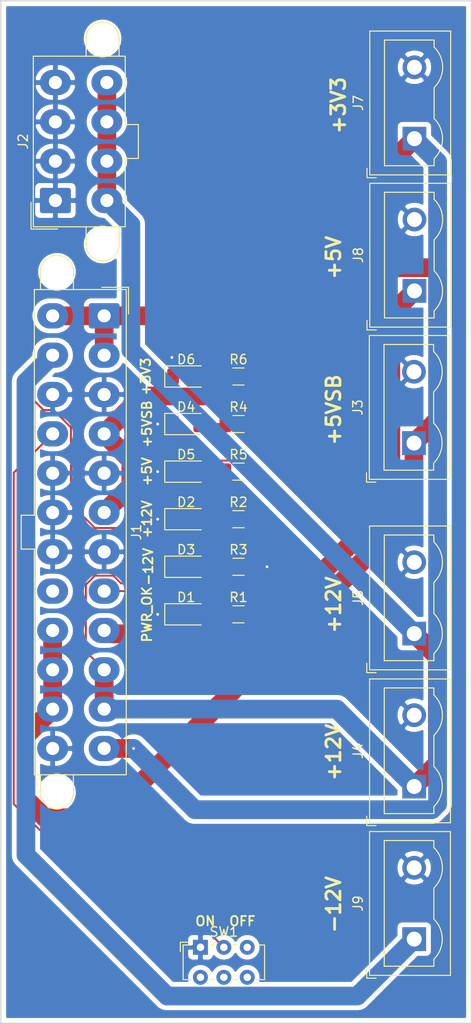
<source format=kicad_pcb>
(kicad_pcb (version 20171130) (host pcbnew "(5.1.6)-1")

  (general
    (thickness 1.6)
    (drawings 17)
    (tracks 103)
    (zones 0)
    (modules 21)
    (nets 17)
  )

  (page A4)
  (layers
    (0 F.Cu signal)
    (31 B.Cu signal)
    (32 B.Adhes user)
    (33 F.Adhes user)
    (34 B.Paste user)
    (35 F.Paste user)
    (36 B.SilkS user)
    (37 F.SilkS user)
    (38 B.Mask user)
    (39 F.Mask user)
    (40 Dwgs.User user)
    (41 Cmts.User user)
    (42 Eco1.User user)
    (43 Eco2.User user)
    (44 Edge.Cuts user)
    (45 Margin user)
    (46 B.CrtYd user)
    (47 F.CrtYd user)
    (48 B.Fab user)
    (49 F.Fab user)
  )

  (setup
    (last_trace_width 0.2032)
    (user_trace_width 2)
    (user_trace_width 20.000001)
    (trace_clearance 0.2032)
    (zone_clearance 0.508)
    (zone_45_only no)
    (trace_min 0.2032)
    (via_size 0.6)
    (via_drill 0.3)
    (via_min_size 0.4)
    (via_min_drill 0.3)
    (uvia_size 0.3)
    (uvia_drill 0.1)
    (uvias_allowed no)
    (uvia_min_size 0.2)
    (uvia_min_drill 0.1)
    (edge_width 0.05)
    (segment_width 0.2)
    (pcb_text_width 0.3)
    (pcb_text_size 1.5 1.5)
    (mod_edge_width 0.12)
    (mod_text_size 1 1)
    (mod_text_width 0.15)
    (pad_size 1.524 1.524)
    (pad_drill 0.762)
    (pad_to_mask_clearance 0.051)
    (solder_mask_min_width 0.25)
    (aux_axis_origin 0 0)
    (visible_elements 7FFFFFFF)
    (pcbplotparams
      (layerselection 0x010fc_ffffffff)
      (usegerberextensions false)
      (usegerberattributes false)
      (usegerberadvancedattributes false)
      (creategerberjobfile false)
      (excludeedgelayer true)
      (linewidth 0.100000)
      (plotframeref false)
      (viasonmask false)
      (mode 1)
      (useauxorigin false)
      (hpglpennumber 1)
      (hpglpenspeed 20)
      (hpglpendiameter 15.000000)
      (psnegative false)
      (psa4output false)
      (plotreference true)
      (plotvalue true)
      (plotinvisibletext false)
      (padsonsilk false)
      (subtractmaskfromsilk false)
      (outputformat 1)
      (mirror false)
      (drillshape 0)
      (scaleselection 1)
      (outputdirectory ""))
  )

  (net 0 "")
  (net 1 GND)
  (net 2 +5V)
  (net 3 "Net-(J1-Pad8)")
  (net 4 +12V)
  (net 5 "Net-(J1-Pad20)")
  (net 6 "Net-(D1-Pad2)")
  (net 7 "Net-(D2-Pad2)")
  (net 8 -12V)
  (net 9 "Net-(D3-Pad2)")
  (net 10 "Net-(D4-Pad2)")
  (net 11 "Net-(D5-Pad2)")
  (net 12 "Net-(D6-Pad2)")
  (net 13 +3V3)
  (net 14 +5VA)
  (net 15 "Net-(J1-Pad16)")
  (net 16 "Net-(SW1-Pad3)")

  (net_class Default "This is the default net class."
    (clearance 0.2032)
    (trace_width 0.2032)
    (via_dia 0.6)
    (via_drill 0.3)
    (uvia_dia 0.3)
    (uvia_drill 0.1)
    (diff_pair_width 0.2032)
    (diff_pair_gap 0.2032)
    (add_net +12V)
    (add_net +3V3)
    (add_net +5V)
    (add_net +5VA)
    (add_net -12V)
    (add_net GND)
    (add_net "Net-(D1-Pad2)")
    (add_net "Net-(D2-Pad2)")
    (add_net "Net-(D3-Pad2)")
    (add_net "Net-(D4-Pad2)")
    (add_net "Net-(D5-Pad2)")
    (add_net "Net-(D6-Pad2)")
    (add_net "Net-(J1-Pad16)")
    (add_net "Net-(J1-Pad20)")
    (add_net "Net-(J1-Pad8)")
    (add_net "Net-(SW1-Pad3)")
  )

  (module LED_SMD:LED_1206_3216Metric (layer F.Cu) (tedit 5B301BBE) (tstamp 5FDC5E35)
    (at 72.644 107.696)
    (descr "LED SMD 1206 (3216 Metric), square (rectangular) end terminal, IPC_7351 nominal, (Body size source: http://www.tortai-tech.com/upload/download/2011102023233369053.pdf), generated with kicad-footprint-generator")
    (tags diode)
    (path /5FDC13E8)
    (attr smd)
    (fp_text reference D1 (at 0 -1.82) (layer F.SilkS)
      (effects (font (size 1 1) (thickness 0.15)))
    )
    (fp_text value LED (at 0 1.82) (layer F.Fab)
      (effects (font (size 1 1) (thickness 0.15)))
    )
    (fp_line (start 1.6 -0.8) (end -1.2 -0.8) (layer F.Fab) (width 0.1))
    (fp_line (start -1.2 -0.8) (end -1.6 -0.4) (layer F.Fab) (width 0.1))
    (fp_line (start -1.6 -0.4) (end -1.6 0.8) (layer F.Fab) (width 0.1))
    (fp_line (start -1.6 0.8) (end 1.6 0.8) (layer F.Fab) (width 0.1))
    (fp_line (start 1.6 0.8) (end 1.6 -0.8) (layer F.Fab) (width 0.1))
    (fp_line (start 1.6 -1.135) (end -2.285 -1.135) (layer F.SilkS) (width 0.12))
    (fp_line (start -2.285 -1.135) (end -2.285 1.135) (layer F.SilkS) (width 0.12))
    (fp_line (start -2.285 1.135) (end 1.6 1.135) (layer F.SilkS) (width 0.12))
    (fp_line (start -2.28 1.12) (end -2.28 -1.12) (layer F.CrtYd) (width 0.05))
    (fp_line (start -2.28 -1.12) (end 2.28 -1.12) (layer F.CrtYd) (width 0.05))
    (fp_line (start 2.28 -1.12) (end 2.28 1.12) (layer F.CrtYd) (width 0.05))
    (fp_line (start 2.28 1.12) (end -2.28 1.12) (layer F.CrtYd) (width 0.05))
    (fp_text user %R (at 0 0) (layer F.Fab)
      (effects (font (size 0.8 0.8) (thickness 0.12)))
    )
    (pad 1 smd roundrect (at -1.4 0) (size 1.25 1.75) (layers F.Cu F.Paste F.Mask) (roundrect_rratio 0.2)
      (net 1 GND))
    (pad 2 smd roundrect (at 1.4 0) (size 1.25 1.75) (layers F.Cu F.Paste F.Mask) (roundrect_rratio 0.2)
      (net 6 "Net-(D1-Pad2)"))
    (model ${KISYS3DMOD}/LED_SMD.3dshapes/LED_1206_3216Metric.wrl
      (at (xyz 0 0 0))
      (scale (xyz 1 1 1))
      (rotate (xyz 0 0 0))
    )
  )

  (module LED_SMD:LED_1206_3216Metric (layer F.Cu) (tedit 5B301BBE) (tstamp 5FDC5DFF)
    (at 72.644 97.536)
    (descr "LED SMD 1206 (3216 Metric), square (rectangular) end terminal, IPC_7351 nominal, (Body size source: http://www.tortai-tech.com/upload/download/2011102023233369053.pdf), generated with kicad-footprint-generator")
    (tags diode)
    (path /5FDC318B)
    (attr smd)
    (fp_text reference D2 (at 0 -1.82) (layer F.SilkS)
      (effects (font (size 1 1) (thickness 0.15)))
    )
    (fp_text value LED (at 0 1.82) (layer F.Fab)
      (effects (font (size 1 1) (thickness 0.15)))
    )
    (fp_line (start 1.6 -0.8) (end -1.2 -0.8) (layer F.Fab) (width 0.1))
    (fp_line (start -1.2 -0.8) (end -1.6 -0.4) (layer F.Fab) (width 0.1))
    (fp_line (start -1.6 -0.4) (end -1.6 0.8) (layer F.Fab) (width 0.1))
    (fp_line (start -1.6 0.8) (end 1.6 0.8) (layer F.Fab) (width 0.1))
    (fp_line (start 1.6 0.8) (end 1.6 -0.8) (layer F.Fab) (width 0.1))
    (fp_line (start 1.6 -1.135) (end -2.285 -1.135) (layer F.SilkS) (width 0.12))
    (fp_line (start -2.285 -1.135) (end -2.285 1.135) (layer F.SilkS) (width 0.12))
    (fp_line (start -2.285 1.135) (end 1.6 1.135) (layer F.SilkS) (width 0.12))
    (fp_line (start -2.28 1.12) (end -2.28 -1.12) (layer F.CrtYd) (width 0.05))
    (fp_line (start -2.28 -1.12) (end 2.28 -1.12) (layer F.CrtYd) (width 0.05))
    (fp_line (start 2.28 -1.12) (end 2.28 1.12) (layer F.CrtYd) (width 0.05))
    (fp_line (start 2.28 1.12) (end -2.28 1.12) (layer F.CrtYd) (width 0.05))
    (fp_text user %R (at 0 0) (layer F.Fab)
      (effects (font (size 0.8 0.8) (thickness 0.12)))
    )
    (pad 1 smd roundrect (at -1.4 0) (size 1.25 1.75) (layers F.Cu F.Paste F.Mask) (roundrect_rratio 0.2)
      (net 1 GND))
    (pad 2 smd roundrect (at 1.4 0) (size 1.25 1.75) (layers F.Cu F.Paste F.Mask) (roundrect_rratio 0.2)
      (net 7 "Net-(D2-Pad2)"))
    (model ${KISYS3DMOD}/LED_SMD.3dshapes/LED_1206_3216Metric.wrl
      (at (xyz 0 0 0))
      (scale (xyz 1 1 1))
      (rotate (xyz 0 0 0))
    )
  )

  (module LED_SMD:LED_1206_3216Metric (layer F.Cu) (tedit 5B301BBE) (tstamp 5FDC5DC9)
    (at 72.644 102.616)
    (descr "LED SMD 1206 (3216 Metric), square (rectangular) end terminal, IPC_7351 nominal, (Body size source: http://www.tortai-tech.com/upload/download/2011102023233369053.pdf), generated with kicad-footprint-generator")
    (tags diode)
    (path /5FDCA037)
    (attr smd)
    (fp_text reference D3 (at 0 -1.82) (layer F.SilkS)
      (effects (font (size 1 1) (thickness 0.15)))
    )
    (fp_text value LED (at 0 1.82) (layer F.Fab)
      (effects (font (size 1 1) (thickness 0.15)))
    )
    (fp_line (start 1.6 -0.8) (end -1.2 -0.8) (layer F.Fab) (width 0.1))
    (fp_line (start -1.2 -0.8) (end -1.6 -0.4) (layer F.Fab) (width 0.1))
    (fp_line (start -1.6 -0.4) (end -1.6 0.8) (layer F.Fab) (width 0.1))
    (fp_line (start -1.6 0.8) (end 1.6 0.8) (layer F.Fab) (width 0.1))
    (fp_line (start 1.6 0.8) (end 1.6 -0.8) (layer F.Fab) (width 0.1))
    (fp_line (start 1.6 -1.135) (end -2.285 -1.135) (layer F.SilkS) (width 0.12))
    (fp_line (start -2.285 -1.135) (end -2.285 1.135) (layer F.SilkS) (width 0.12))
    (fp_line (start -2.285 1.135) (end 1.6 1.135) (layer F.SilkS) (width 0.12))
    (fp_line (start -2.28 1.12) (end -2.28 -1.12) (layer F.CrtYd) (width 0.05))
    (fp_line (start -2.28 -1.12) (end 2.28 -1.12) (layer F.CrtYd) (width 0.05))
    (fp_line (start 2.28 -1.12) (end 2.28 1.12) (layer F.CrtYd) (width 0.05))
    (fp_line (start 2.28 1.12) (end -2.28 1.12) (layer F.CrtYd) (width 0.05))
    (fp_text user %R (at 0 0) (layer F.Fab)
      (effects (font (size 0.8 0.8) (thickness 0.12)))
    )
    (pad 1 smd roundrect (at -1.4 0) (size 1.25 1.75) (layers F.Cu F.Paste F.Mask) (roundrect_rratio 0.2)
      (net 8 -12V))
    (pad 2 smd roundrect (at 1.4 0) (size 1.25 1.75) (layers F.Cu F.Paste F.Mask) (roundrect_rratio 0.2)
      (net 9 "Net-(D3-Pad2)"))
    (model ${KISYS3DMOD}/LED_SMD.3dshapes/LED_1206_3216Metric.wrl
      (at (xyz 0 0 0))
      (scale (xyz 1 1 1))
      (rotate (xyz 0 0 0))
    )
  )

  (module LED_SMD:LED_1206_3216Metric (layer F.Cu) (tedit 5B301BBE) (tstamp 5FDC63B4)
    (at 72.644 87.376)
    (descr "LED SMD 1206 (3216 Metric), square (rectangular) end terminal, IPC_7351 nominal, (Body size source: http://www.tortai-tech.com/upload/download/2011102023233369053.pdf), generated with kicad-footprint-generator")
    (tags diode)
    (path /5FDCBACD)
    (attr smd)
    (fp_text reference D4 (at 0 -1.82) (layer F.SilkS)
      (effects (font (size 1 1) (thickness 0.15)))
    )
    (fp_text value LED (at 0 1.82) (layer F.Fab)
      (effects (font (size 1 1) (thickness 0.15)))
    )
    (fp_line (start 2.28 1.12) (end -2.28 1.12) (layer F.CrtYd) (width 0.05))
    (fp_line (start 2.28 -1.12) (end 2.28 1.12) (layer F.CrtYd) (width 0.05))
    (fp_line (start -2.28 -1.12) (end 2.28 -1.12) (layer F.CrtYd) (width 0.05))
    (fp_line (start -2.28 1.12) (end -2.28 -1.12) (layer F.CrtYd) (width 0.05))
    (fp_line (start -2.285 1.135) (end 1.6 1.135) (layer F.SilkS) (width 0.12))
    (fp_line (start -2.285 -1.135) (end -2.285 1.135) (layer F.SilkS) (width 0.12))
    (fp_line (start 1.6 -1.135) (end -2.285 -1.135) (layer F.SilkS) (width 0.12))
    (fp_line (start 1.6 0.8) (end 1.6 -0.8) (layer F.Fab) (width 0.1))
    (fp_line (start -1.6 0.8) (end 1.6 0.8) (layer F.Fab) (width 0.1))
    (fp_line (start -1.6 -0.4) (end -1.6 0.8) (layer F.Fab) (width 0.1))
    (fp_line (start -1.2 -0.8) (end -1.6 -0.4) (layer F.Fab) (width 0.1))
    (fp_line (start 1.6 -0.8) (end -1.2 -0.8) (layer F.Fab) (width 0.1))
    (fp_text user %R (at 0 0) (layer F.Fab)
      (effects (font (size 0.8 0.8) (thickness 0.12)))
    )
    (pad 2 smd roundrect (at 1.4 0) (size 1.25 1.75) (layers F.Cu F.Paste F.Mask) (roundrect_rratio 0.2)
      (net 10 "Net-(D4-Pad2)"))
    (pad 1 smd roundrect (at -1.4 0) (size 1.25 1.75) (layers F.Cu F.Paste F.Mask) (roundrect_rratio 0.2)
      (net 1 GND))
    (model ${KISYS3DMOD}/LED_SMD.3dshapes/LED_1206_3216Metric.wrl
      (at (xyz 0 0 0))
      (scale (xyz 1 1 1))
      (rotate (xyz 0 0 0))
    )
  )

  (module LED_SMD:LED_1206_3216Metric (layer F.Cu) (tedit 5B301BBE) (tstamp 5FDC637E)
    (at 72.644 92.456)
    (descr "LED SMD 1206 (3216 Metric), square (rectangular) end terminal, IPC_7351 nominal, (Body size source: http://www.tortai-tech.com/upload/download/2011102023233369053.pdf), generated with kicad-footprint-generator")
    (tags diode)
    (path /5FDCCE26)
    (attr smd)
    (fp_text reference D5 (at 0 -1.82) (layer F.SilkS)
      (effects (font (size 1 1) (thickness 0.15)))
    )
    (fp_text value LED (at 0 1.82) (layer F.Fab)
      (effects (font (size 1 1) (thickness 0.15)))
    )
    (fp_line (start 2.28 1.12) (end -2.28 1.12) (layer F.CrtYd) (width 0.05))
    (fp_line (start 2.28 -1.12) (end 2.28 1.12) (layer F.CrtYd) (width 0.05))
    (fp_line (start -2.28 -1.12) (end 2.28 -1.12) (layer F.CrtYd) (width 0.05))
    (fp_line (start -2.28 1.12) (end -2.28 -1.12) (layer F.CrtYd) (width 0.05))
    (fp_line (start -2.285 1.135) (end 1.6 1.135) (layer F.SilkS) (width 0.12))
    (fp_line (start -2.285 -1.135) (end -2.285 1.135) (layer F.SilkS) (width 0.12))
    (fp_line (start 1.6 -1.135) (end -2.285 -1.135) (layer F.SilkS) (width 0.12))
    (fp_line (start 1.6 0.8) (end 1.6 -0.8) (layer F.Fab) (width 0.1))
    (fp_line (start -1.6 0.8) (end 1.6 0.8) (layer F.Fab) (width 0.1))
    (fp_line (start -1.6 -0.4) (end -1.6 0.8) (layer F.Fab) (width 0.1))
    (fp_line (start -1.2 -0.8) (end -1.6 -0.4) (layer F.Fab) (width 0.1))
    (fp_line (start 1.6 -0.8) (end -1.2 -0.8) (layer F.Fab) (width 0.1))
    (fp_text user %R (at 0 0) (layer F.Fab)
      (effects (font (size 0.8 0.8) (thickness 0.12)))
    )
    (pad 2 smd roundrect (at 1.4 0) (size 1.25 1.75) (layers F.Cu F.Paste F.Mask) (roundrect_rratio 0.2)
      (net 11 "Net-(D5-Pad2)"))
    (pad 1 smd roundrect (at -1.4 0) (size 1.25 1.75) (layers F.Cu F.Paste F.Mask) (roundrect_rratio 0.2)
      (net 1 GND))
    (model ${KISYS3DMOD}/LED_SMD.3dshapes/LED_1206_3216Metric.wrl
      (at (xyz 0 0 0))
      (scale (xyz 1 1 1))
      (rotate (xyz 0 0 0))
    )
  )

  (module LED_SMD:LED_1206_3216Metric (layer F.Cu) (tedit 5B301BBE) (tstamp 5FDC5F19)
    (at 72.644 82.296)
    (descr "LED SMD 1206 (3216 Metric), square (rectangular) end terminal, IPC_7351 nominal, (Body size source: http://www.tortai-tech.com/upload/download/2011102023233369053.pdf), generated with kicad-footprint-generator")
    (tags diode)
    (path /5FDCF221)
    (attr smd)
    (fp_text reference D6 (at 0 -1.82) (layer F.SilkS)
      (effects (font (size 1 1) (thickness 0.15)))
    )
    (fp_text value LED (at 0 1.82) (layer F.Fab)
      (effects (font (size 1 1) (thickness 0.15)))
    )
    (fp_line (start 2.28 1.12) (end -2.28 1.12) (layer F.CrtYd) (width 0.05))
    (fp_line (start 2.28 -1.12) (end 2.28 1.12) (layer F.CrtYd) (width 0.05))
    (fp_line (start -2.28 -1.12) (end 2.28 -1.12) (layer F.CrtYd) (width 0.05))
    (fp_line (start -2.28 1.12) (end -2.28 -1.12) (layer F.CrtYd) (width 0.05))
    (fp_line (start -2.285 1.135) (end 1.6 1.135) (layer F.SilkS) (width 0.12))
    (fp_line (start -2.285 -1.135) (end -2.285 1.135) (layer F.SilkS) (width 0.12))
    (fp_line (start 1.6 -1.135) (end -2.285 -1.135) (layer F.SilkS) (width 0.12))
    (fp_line (start 1.6 0.8) (end 1.6 -0.8) (layer F.Fab) (width 0.1))
    (fp_line (start -1.6 0.8) (end 1.6 0.8) (layer F.Fab) (width 0.1))
    (fp_line (start -1.6 -0.4) (end -1.6 0.8) (layer F.Fab) (width 0.1))
    (fp_line (start -1.2 -0.8) (end -1.6 -0.4) (layer F.Fab) (width 0.1))
    (fp_line (start 1.6 -0.8) (end -1.2 -0.8) (layer F.Fab) (width 0.1))
    (fp_text user %R (at 0 0) (layer F.Fab)
      (effects (font (size 0.8 0.8) (thickness 0.12)))
    )
    (pad 2 smd roundrect (at 1.4 0) (size 1.25 1.75) (layers F.Cu F.Paste F.Mask) (roundrect_rratio 0.2)
      (net 12 "Net-(D6-Pad2)"))
    (pad 1 smd roundrect (at -1.4 0) (size 1.25 1.75) (layers F.Cu F.Paste F.Mask) (roundrect_rratio 0.2)
      (net 1 GND))
    (model ${KISYS3DMOD}/LED_SMD.3dshapes/LED_1206_3216Metric.wrl
      (at (xyz 0 0 0))
      (scale (xyz 1 1 1))
      (rotate (xyz 0 0 0))
    )
  )

  (module TerminalBlock:TerminalBlock_Wuerth_691311400102_P7.62mm (layer F.Cu) (tedit 5B582864) (tstamp 5FDC60C5)
    (at 96.9772 89.408 90)
    (descr https://katalog.we-online.de/em/datasheet/6913114001xx.pdf)
    (tags "Wuerth WR-TBL Series 3114 terminal block pitch 7.62mm")
    (path /5EDE137A)
    (fp_text reference J3 (at 3.81 -6 90) (layer F.SilkS)
      (effects (font (size 1 1) (thickness 0.15)))
    )
    (fp_text value Conn_01x02 (at 3.81 5 90) (layer F.Fab)
      (effects (font (size 1 1) (thickness 0.15)))
    )
    (fp_line (start -3.8 -3.7) (end -2.8 -4.7) (layer F.Fab) (width 0.1))
    (fp_line (start 10.53 2.1) (end 10.53 -3.2) (layer F.SilkS) (width 0.12))
    (fp_line (start 9.78 2.1) (end 10.53 2.1) (layer F.SilkS) (width 0.12))
    (fp_line (start 2.14 2.1) (end 5.46 2.1) (layer F.SilkS) (width 0.12))
    (fp_line (start -2.89 2.1) (end -2.14 2.1) (layer F.SilkS) (width 0.12))
    (fp_line (start -2.89 -3.2) (end -2.89 2.1) (layer F.SilkS) (width 0.12))
    (fp_line (start 10.53 -3.2) (end -2.89 -3.2) (layer F.SilkS) (width 0.12))
    (fp_line (start -4.3 4.3) (end -4.3 -5.2) (layer F.CrtYd) (width 0.05))
    (fp_line (start 11.92 4.3) (end -4.3 4.3) (layer F.CrtYd) (width 0.05))
    (fp_line (start 11.92 -5.2) (end 11.92 4.3) (layer F.CrtYd) (width 0.05))
    (fp_line (start -4.3 -5.2) (end 11.92 -5.2) (layer F.CrtYd) (width 0.05))
    (fp_line (start -4.17 -5.07) (end -3.17 -5.07) (layer F.SilkS) (width 0.12))
    (fp_line (start -4.17 -5.07) (end -4.17 -4.07) (layer F.SilkS) (width 0.12))
    (fp_line (start -3.87 3.87) (end -3.87 -4.77) (layer F.SilkS) (width 0.12))
    (fp_line (start 11.49 3.87) (end -3.87 3.87) (layer F.SilkS) (width 0.12))
    (fp_line (start 11.49 -4.77) (end 11.49 3.87) (layer F.SilkS) (width 0.12))
    (fp_line (start -3.86 -4.77) (end 11.49 -4.77) (layer F.SilkS) (width 0.12))
    (fp_line (start -3.8 3.8) (end -3.8 -3.7) (layer F.Fab) (width 0.1))
    (fp_line (start 11.42 3.8) (end -3.8 3.8) (layer F.Fab) (width 0.1))
    (fp_line (start 11.42 -4.7) (end 11.42 3.8) (layer F.Fab) (width 0.1))
    (fp_line (start -2.8 -4.7) (end 11.42 -4.7) (layer F.Fab) (width 0.1))
    (fp_arc (start 7.62 0) (end 5.46 2.1) (angle -91.6) (layer F.SilkS) (width 0.12))
    (fp_arc (start 0 0) (end -2.14 2.1) (angle -91.1) (layer F.SilkS) (width 0.12))
    (fp_text user %R (at 3.81 0 90) (layer F.Fab)
      (effects (font (size 1 1) (thickness 0.15)))
    )
    (pad 2 thru_hole circle (at 7.62 0 90) (size 2.54 2.54) (drill 1.6) (layers *.Cu *.Mask)
      (net 1 GND))
    (pad 1 thru_hole rect (at 0 0 90) (size 2.54 2.54) (drill 1.6) (layers *.Cu *.Mask)
      (net 2 +5V))
    (model ${KISYS3DMOD}/TerminalBlock.3dshapes/TerminalBlock_Wuerth_691311400102_P7.62mm.wrl
      (at (xyz 0 0 0))
      (scale (xyz 1 1 1))
      (rotate (xyz 0 0 0))
    )
  )

  (module TerminalBlock:TerminalBlock_Wuerth_691311400102_P7.62mm (layer F.Cu) (tedit 5B582864) (tstamp 5FDC5ECD)
    (at 97.0026 126.0856 90)
    (descr https://katalog.we-online.de/em/datasheet/6913114001xx.pdf)
    (tags "Wuerth WR-TBL Series 3114 terminal block pitch 7.62mm")
    (path /5EDE1AE0)
    (fp_text reference J4 (at 3.81 -6 90) (layer F.SilkS)
      (effects (font (size 1 1) (thickness 0.15)))
    )
    (fp_text value Conn_01x02 (at 3.81 5 90) (layer F.Fab)
      (effects (font (size 1 1) (thickness 0.15)))
    )
    (fp_line (start -2.8 -4.7) (end 11.42 -4.7) (layer F.Fab) (width 0.1))
    (fp_line (start 11.42 -4.7) (end 11.42 3.8) (layer F.Fab) (width 0.1))
    (fp_line (start 11.42 3.8) (end -3.8 3.8) (layer F.Fab) (width 0.1))
    (fp_line (start -3.8 3.8) (end -3.8 -3.7) (layer F.Fab) (width 0.1))
    (fp_line (start -3.86 -4.77) (end 11.49 -4.77) (layer F.SilkS) (width 0.12))
    (fp_line (start 11.49 -4.77) (end 11.49 3.87) (layer F.SilkS) (width 0.12))
    (fp_line (start 11.49 3.87) (end -3.87 3.87) (layer F.SilkS) (width 0.12))
    (fp_line (start -3.87 3.87) (end -3.87 -4.77) (layer F.SilkS) (width 0.12))
    (fp_line (start -4.17 -5.07) (end -4.17 -4.07) (layer F.SilkS) (width 0.12))
    (fp_line (start -4.17 -5.07) (end -3.17 -5.07) (layer F.SilkS) (width 0.12))
    (fp_line (start -4.3 -5.2) (end 11.92 -5.2) (layer F.CrtYd) (width 0.05))
    (fp_line (start 11.92 -5.2) (end 11.92 4.3) (layer F.CrtYd) (width 0.05))
    (fp_line (start 11.92 4.3) (end -4.3 4.3) (layer F.CrtYd) (width 0.05))
    (fp_line (start -4.3 4.3) (end -4.3 -5.2) (layer F.CrtYd) (width 0.05))
    (fp_line (start 10.53 -3.2) (end -2.89 -3.2) (layer F.SilkS) (width 0.12))
    (fp_line (start -2.89 -3.2) (end -2.89 2.1) (layer F.SilkS) (width 0.12))
    (fp_line (start -2.89 2.1) (end -2.14 2.1) (layer F.SilkS) (width 0.12))
    (fp_line (start 2.14 2.1) (end 5.46 2.1) (layer F.SilkS) (width 0.12))
    (fp_line (start 9.78 2.1) (end 10.53 2.1) (layer F.SilkS) (width 0.12))
    (fp_line (start 10.53 2.1) (end 10.53 -3.2) (layer F.SilkS) (width 0.12))
    (fp_line (start -3.8 -3.7) (end -2.8 -4.7) (layer F.Fab) (width 0.1))
    (fp_text user %R (at 3.81 0 90) (layer F.Fab)
      (effects (font (size 1 1) (thickness 0.15)))
    )
    (fp_arc (start 0 0) (end -2.14 2.1) (angle -91.1) (layer F.SilkS) (width 0.12))
    (fp_arc (start 7.62 0) (end 5.46 2.1) (angle -91.6) (layer F.SilkS) (width 0.12))
    (pad 1 thru_hole rect (at 0 0 90) (size 2.54 2.54) (drill 1.6) (layers *.Cu *.Mask)
      (net 4 +12V))
    (pad 2 thru_hole circle (at 7.62 0 90) (size 2.54 2.54) (drill 1.6) (layers *.Cu *.Mask)
      (net 1 GND))
    (model ${KISYS3DMOD}/TerminalBlock.3dshapes/TerminalBlock_Wuerth_691311400102_P7.62mm.wrl
      (at (xyz 0 0 0))
      (scale (xyz 1 1 1))
      (rotate (xyz 0 0 0))
    )
  )

  (module TerminalBlock:TerminalBlock_Wuerth_691311400102_P7.62mm (layer F.Cu) (tedit 5B582864) (tstamp 5FDC606E)
    (at 97.005001 109.753001 90)
    (descr https://katalog.we-online.de/em/datasheet/6913114001xx.pdf)
    (tags "Wuerth WR-TBL Series 3114 terminal block pitch 7.62mm")
    (path /5EDE1E0A)
    (fp_text reference J5 (at 3.81 -6 90) (layer F.SilkS)
      (effects (font (size 1 1) (thickness 0.15)))
    )
    (fp_text value Conn_01x02 (at 3.81 5 90) (layer F.Fab)
      (effects (font (size 1 1) (thickness 0.15)))
    )
    (fp_line (start -3.8 -3.7) (end -2.8 -4.7) (layer F.Fab) (width 0.1))
    (fp_line (start 10.53 2.1) (end 10.53 -3.2) (layer F.SilkS) (width 0.12))
    (fp_line (start 9.78 2.1) (end 10.53 2.1) (layer F.SilkS) (width 0.12))
    (fp_line (start 2.14 2.1) (end 5.46 2.1) (layer F.SilkS) (width 0.12))
    (fp_line (start -2.89 2.1) (end -2.14 2.1) (layer F.SilkS) (width 0.12))
    (fp_line (start -2.89 -3.2) (end -2.89 2.1) (layer F.SilkS) (width 0.12))
    (fp_line (start 10.53 -3.2) (end -2.89 -3.2) (layer F.SilkS) (width 0.12))
    (fp_line (start -4.3 4.3) (end -4.3 -5.2) (layer F.CrtYd) (width 0.05))
    (fp_line (start 11.92 4.3) (end -4.3 4.3) (layer F.CrtYd) (width 0.05))
    (fp_line (start 11.92 -5.2) (end 11.92 4.3) (layer F.CrtYd) (width 0.05))
    (fp_line (start -4.3 -5.2) (end 11.92 -5.2) (layer F.CrtYd) (width 0.05))
    (fp_line (start -4.17 -5.07) (end -3.17 -5.07) (layer F.SilkS) (width 0.12))
    (fp_line (start -4.17 -5.07) (end -4.17 -4.07) (layer F.SilkS) (width 0.12))
    (fp_line (start -3.87 3.87) (end -3.87 -4.77) (layer F.SilkS) (width 0.12))
    (fp_line (start 11.49 3.87) (end -3.87 3.87) (layer F.SilkS) (width 0.12))
    (fp_line (start 11.49 -4.77) (end 11.49 3.87) (layer F.SilkS) (width 0.12))
    (fp_line (start -3.86 -4.77) (end 11.49 -4.77) (layer F.SilkS) (width 0.12))
    (fp_line (start -3.8 3.8) (end -3.8 -3.7) (layer F.Fab) (width 0.1))
    (fp_line (start 11.42 3.8) (end -3.8 3.8) (layer F.Fab) (width 0.1))
    (fp_line (start 11.42 -4.7) (end 11.42 3.8) (layer F.Fab) (width 0.1))
    (fp_line (start -2.8 -4.7) (end 11.42 -4.7) (layer F.Fab) (width 0.1))
    (fp_arc (start 7.62 0) (end 5.46 2.1) (angle -91.6) (layer F.SilkS) (width 0.12))
    (fp_arc (start 0 0) (end -2.14 2.1) (angle -91.1) (layer F.SilkS) (width 0.12))
    (fp_text user %R (at 3.81 0 90) (layer F.Fab)
      (effects (font (size 1 1) (thickness 0.15)))
    )
    (pad 2 thru_hole circle (at 7.62 0 90) (size 2.54 2.54) (drill 1.6) (layers *.Cu *.Mask)
      (net 1 GND))
    (pad 1 thru_hole rect (at 0 0 90) (size 2.54 2.54) (drill 1.6) (layers *.Cu *.Mask)
      (net 4 +12V))
    (model ${KISYS3DMOD}/TerminalBlock.3dshapes/TerminalBlock_Wuerth_691311400102_P7.62mm.wrl
      (at (xyz 0 0 0))
      (scale (xyz 1 1 1))
      (rotate (xyz 0 0 0))
    )
  )

  (module TerminalBlock:TerminalBlock_Wuerth_691311400102_P7.62mm (layer F.Cu) (tedit 5B582864) (tstamp 5FDC5F5A)
    (at 97.028 56.896 90)
    (descr https://katalog.we-online.de/em/datasheet/6913114001xx.pdf)
    (tags "Wuerth WR-TBL Series 3114 terminal block pitch 7.62mm")
    (path /5FDDE7E3)
    (fp_text reference J7 (at 3.81 -6 90) (layer F.SilkS)
      (effects (font (size 1 1) (thickness 0.15)))
    )
    (fp_text value Conn_01x02 (at 3.81 5 90) (layer F.Fab)
      (effects (font (size 1 1) (thickness 0.15)))
    )
    (fp_line (start -2.8 -4.7) (end 11.42 -4.7) (layer F.Fab) (width 0.1))
    (fp_line (start 11.42 -4.7) (end 11.42 3.8) (layer F.Fab) (width 0.1))
    (fp_line (start 11.42 3.8) (end -3.8 3.8) (layer F.Fab) (width 0.1))
    (fp_line (start -3.8 3.8) (end -3.8 -3.7) (layer F.Fab) (width 0.1))
    (fp_line (start -3.86 -4.77) (end 11.49 -4.77) (layer F.SilkS) (width 0.12))
    (fp_line (start 11.49 -4.77) (end 11.49 3.87) (layer F.SilkS) (width 0.12))
    (fp_line (start 11.49 3.87) (end -3.87 3.87) (layer F.SilkS) (width 0.12))
    (fp_line (start -3.87 3.87) (end -3.87 -4.77) (layer F.SilkS) (width 0.12))
    (fp_line (start -4.17 -5.07) (end -4.17 -4.07) (layer F.SilkS) (width 0.12))
    (fp_line (start -4.17 -5.07) (end -3.17 -5.07) (layer F.SilkS) (width 0.12))
    (fp_line (start -4.3 -5.2) (end 11.92 -5.2) (layer F.CrtYd) (width 0.05))
    (fp_line (start 11.92 -5.2) (end 11.92 4.3) (layer F.CrtYd) (width 0.05))
    (fp_line (start 11.92 4.3) (end -4.3 4.3) (layer F.CrtYd) (width 0.05))
    (fp_line (start -4.3 4.3) (end -4.3 -5.2) (layer F.CrtYd) (width 0.05))
    (fp_line (start 10.53 -3.2) (end -2.89 -3.2) (layer F.SilkS) (width 0.12))
    (fp_line (start -2.89 -3.2) (end -2.89 2.1) (layer F.SilkS) (width 0.12))
    (fp_line (start -2.89 2.1) (end -2.14 2.1) (layer F.SilkS) (width 0.12))
    (fp_line (start 2.14 2.1) (end 5.46 2.1) (layer F.SilkS) (width 0.12))
    (fp_line (start 9.78 2.1) (end 10.53 2.1) (layer F.SilkS) (width 0.12))
    (fp_line (start 10.53 2.1) (end 10.53 -3.2) (layer F.SilkS) (width 0.12))
    (fp_line (start -3.8 -3.7) (end -2.8 -4.7) (layer F.Fab) (width 0.1))
    (fp_text user %R (at 3.81 0 90) (layer F.Fab)
      (effects (font (size 1 1) (thickness 0.15)))
    )
    (fp_arc (start 0 0) (end -2.14 2.1) (angle -91.1) (layer F.SilkS) (width 0.12))
    (fp_arc (start 7.62 0) (end 5.46 2.1) (angle -91.6) (layer F.SilkS) (width 0.12))
    (pad 1 thru_hole rect (at 0 0 90) (size 2.54 2.54) (drill 1.6) (layers *.Cu *.Mask)
      (net 13 +3V3))
    (pad 2 thru_hole circle (at 7.62 0 90) (size 2.54 2.54) (drill 1.6) (layers *.Cu *.Mask)
      (net 1 GND))
    (model ${KISYS3DMOD}/TerminalBlock.3dshapes/TerminalBlock_Wuerth_691311400102_P7.62mm.wrl
      (at (xyz 0 0 0))
      (scale (xyz 1 1 1))
      (rotate (xyz 0 0 0))
    )
  )

  (module TerminalBlock:TerminalBlock_Wuerth_691311400102_P7.62mm (layer F.Cu) (tedit 5B582864) (tstamp 5FDC5E76)
    (at 97.028 73.152 90)
    (descr https://katalog.we-online.de/em/datasheet/6913114001xx.pdf)
    (tags "Wuerth WR-TBL Series 3114 terminal block pitch 7.62mm")
    (path /5FDDF012)
    (fp_text reference J8 (at 3.81 -6 90) (layer F.SilkS)
      (effects (font (size 1 1) (thickness 0.15)))
    )
    (fp_text value Conn_01x02 (at 3.81 5 90) (layer F.Fab)
      (effects (font (size 1 1) (thickness 0.15)))
    )
    (fp_line (start -3.8 -3.7) (end -2.8 -4.7) (layer F.Fab) (width 0.1))
    (fp_line (start 10.53 2.1) (end 10.53 -3.2) (layer F.SilkS) (width 0.12))
    (fp_line (start 9.78 2.1) (end 10.53 2.1) (layer F.SilkS) (width 0.12))
    (fp_line (start 2.14 2.1) (end 5.46 2.1) (layer F.SilkS) (width 0.12))
    (fp_line (start -2.89 2.1) (end -2.14 2.1) (layer F.SilkS) (width 0.12))
    (fp_line (start -2.89 -3.2) (end -2.89 2.1) (layer F.SilkS) (width 0.12))
    (fp_line (start 10.53 -3.2) (end -2.89 -3.2) (layer F.SilkS) (width 0.12))
    (fp_line (start -4.3 4.3) (end -4.3 -5.2) (layer F.CrtYd) (width 0.05))
    (fp_line (start 11.92 4.3) (end -4.3 4.3) (layer F.CrtYd) (width 0.05))
    (fp_line (start 11.92 -5.2) (end 11.92 4.3) (layer F.CrtYd) (width 0.05))
    (fp_line (start -4.3 -5.2) (end 11.92 -5.2) (layer F.CrtYd) (width 0.05))
    (fp_line (start -4.17 -5.07) (end -3.17 -5.07) (layer F.SilkS) (width 0.12))
    (fp_line (start -4.17 -5.07) (end -4.17 -4.07) (layer F.SilkS) (width 0.12))
    (fp_line (start -3.87 3.87) (end -3.87 -4.77) (layer F.SilkS) (width 0.12))
    (fp_line (start 11.49 3.87) (end -3.87 3.87) (layer F.SilkS) (width 0.12))
    (fp_line (start 11.49 -4.77) (end 11.49 3.87) (layer F.SilkS) (width 0.12))
    (fp_line (start -3.86 -4.77) (end 11.49 -4.77) (layer F.SilkS) (width 0.12))
    (fp_line (start -3.8 3.8) (end -3.8 -3.7) (layer F.Fab) (width 0.1))
    (fp_line (start 11.42 3.8) (end -3.8 3.8) (layer F.Fab) (width 0.1))
    (fp_line (start 11.42 -4.7) (end 11.42 3.8) (layer F.Fab) (width 0.1))
    (fp_line (start -2.8 -4.7) (end 11.42 -4.7) (layer F.Fab) (width 0.1))
    (fp_arc (start 7.62 0) (end 5.46 2.1) (angle -91.6) (layer F.SilkS) (width 0.12))
    (fp_arc (start 0 0) (end -2.14 2.1) (angle -91.1) (layer F.SilkS) (width 0.12))
    (fp_text user %R (at 3.81 0 90) (layer F.Fab)
      (effects (font (size 1 1) (thickness 0.15)))
    )
    (pad 2 thru_hole circle (at 7.62 0 90) (size 2.54 2.54) (drill 1.6) (layers *.Cu *.Mask)
      (net 1 GND))
    (pad 1 thru_hole rect (at 0 0 90) (size 2.54 2.54) (drill 1.6) (layers *.Cu *.Mask)
      (net 14 +5VA))
    (model ${KISYS3DMOD}/TerminalBlock.3dshapes/TerminalBlock_Wuerth_691311400102_P7.62mm.wrl
      (at (xyz 0 0 0))
      (scale (xyz 1 1 1))
      (rotate (xyz 0 0 0))
    )
  )

  (module TerminalBlock:TerminalBlock_Wuerth_691311400102_P7.62mm (layer F.Cu) (tedit 5B582864) (tstamp 5FDC64B5)
    (at 97.00006 142.38224 90)
    (descr https://katalog.we-online.de/em/datasheet/6913114001xx.pdf)
    (tags "Wuerth WR-TBL Series 3114 terminal block pitch 7.62mm")
    (path /5FDE1378)
    (fp_text reference J9 (at 3.81 -6 90) (layer F.SilkS)
      (effects (font (size 1 1) (thickness 0.15)))
    )
    (fp_text value Conn_01x02 (at 3.81 5 90) (layer F.Fab)
      (effects (font (size 1 1) (thickness 0.15)))
    )
    (fp_line (start -2.8 -4.7) (end 11.42 -4.7) (layer F.Fab) (width 0.1))
    (fp_line (start 11.42 -4.7) (end 11.42 3.8) (layer F.Fab) (width 0.1))
    (fp_line (start 11.42 3.8) (end -3.8 3.8) (layer F.Fab) (width 0.1))
    (fp_line (start -3.8 3.8) (end -3.8 -3.7) (layer F.Fab) (width 0.1))
    (fp_line (start -3.86 -4.77) (end 11.49 -4.77) (layer F.SilkS) (width 0.12))
    (fp_line (start 11.49 -4.77) (end 11.49 3.87) (layer F.SilkS) (width 0.12))
    (fp_line (start 11.49 3.87) (end -3.87 3.87) (layer F.SilkS) (width 0.12))
    (fp_line (start -3.87 3.87) (end -3.87 -4.77) (layer F.SilkS) (width 0.12))
    (fp_line (start -4.17 -5.07) (end -4.17 -4.07) (layer F.SilkS) (width 0.12))
    (fp_line (start -4.17 -5.07) (end -3.17 -5.07) (layer F.SilkS) (width 0.12))
    (fp_line (start -4.3 -5.2) (end 11.92 -5.2) (layer F.CrtYd) (width 0.05))
    (fp_line (start 11.92 -5.2) (end 11.92 4.3) (layer F.CrtYd) (width 0.05))
    (fp_line (start 11.92 4.3) (end -4.3 4.3) (layer F.CrtYd) (width 0.05))
    (fp_line (start -4.3 4.3) (end -4.3 -5.2) (layer F.CrtYd) (width 0.05))
    (fp_line (start 10.53 -3.2) (end -2.89 -3.2) (layer F.SilkS) (width 0.12))
    (fp_line (start -2.89 -3.2) (end -2.89 2.1) (layer F.SilkS) (width 0.12))
    (fp_line (start -2.89 2.1) (end -2.14 2.1) (layer F.SilkS) (width 0.12))
    (fp_line (start 2.14 2.1) (end 5.46 2.1) (layer F.SilkS) (width 0.12))
    (fp_line (start 9.78 2.1) (end 10.53 2.1) (layer F.SilkS) (width 0.12))
    (fp_line (start 10.53 2.1) (end 10.53 -3.2) (layer F.SilkS) (width 0.12))
    (fp_line (start -3.8 -3.7) (end -2.8 -4.7) (layer F.Fab) (width 0.1))
    (fp_text user %R (at 3.81 0 90) (layer F.Fab)
      (effects (font (size 1 1) (thickness 0.15)))
    )
    (fp_arc (start 0 0) (end -2.14 2.1) (angle -91.1) (layer F.SilkS) (width 0.12))
    (fp_arc (start 7.62 0) (end 5.46 2.1) (angle -91.6) (layer F.SilkS) (width 0.12))
    (pad 1 thru_hole rect (at 0 0 90) (size 2.54 2.54) (drill 1.6) (layers *.Cu *.Mask)
      (net 8 -12V))
    (pad 2 thru_hole circle (at 7.62 0 90) (size 2.54 2.54) (drill 1.6) (layers *.Cu *.Mask)
      (net 1 GND))
    (model ${KISYS3DMOD}/TerminalBlock.3dshapes/TerminalBlock_Wuerth_691311400102_P7.62mm.wrl
      (at (xyz 0 0 0))
      (scale (xyz 1 1 1))
      (rotate (xyz 0 0 0))
    )
  )

  (module Resistor_SMD:R_1206_3216Metric (layer F.Cu) (tedit 5B301BBD) (tstamp 5FDC6478)
    (at 78.232 107.696)
    (descr "Resistor SMD 1206 (3216 Metric), square (rectangular) end terminal, IPC_7351 nominal, (Body size source: http://www.tortai-tech.com/upload/download/2011102023233369053.pdf), generated with kicad-footprint-generator")
    (tags resistor)
    (path /5FDBFB2A)
    (attr smd)
    (fp_text reference R1 (at 0 -1.82) (layer F.SilkS)
      (effects (font (size 1 1) (thickness 0.15)))
    )
    (fp_text value 220 (at 0 1.82) (layer F.Fab)
      (effects (font (size 1 1) (thickness 0.15)))
    )
    (fp_line (start 2.28 1.12) (end -2.28 1.12) (layer F.CrtYd) (width 0.05))
    (fp_line (start 2.28 -1.12) (end 2.28 1.12) (layer F.CrtYd) (width 0.05))
    (fp_line (start -2.28 -1.12) (end 2.28 -1.12) (layer F.CrtYd) (width 0.05))
    (fp_line (start -2.28 1.12) (end -2.28 -1.12) (layer F.CrtYd) (width 0.05))
    (fp_line (start -0.602064 0.91) (end 0.602064 0.91) (layer F.SilkS) (width 0.12))
    (fp_line (start -0.602064 -0.91) (end 0.602064 -0.91) (layer F.SilkS) (width 0.12))
    (fp_line (start 1.6 0.8) (end -1.6 0.8) (layer F.Fab) (width 0.1))
    (fp_line (start 1.6 -0.8) (end 1.6 0.8) (layer F.Fab) (width 0.1))
    (fp_line (start -1.6 -0.8) (end 1.6 -0.8) (layer F.Fab) (width 0.1))
    (fp_line (start -1.6 0.8) (end -1.6 -0.8) (layer F.Fab) (width 0.1))
    (fp_text user %R (at 0 0) (layer F.Fab)
      (effects (font (size 0.8 0.8) (thickness 0.12)))
    )
    (pad 2 smd roundrect (at 1.4 0) (size 1.25 1.75) (layers F.Cu F.Paste F.Mask) (roundrect_rratio 0.2)
      (net 3 "Net-(J1-Pad8)"))
    (pad 1 smd roundrect (at -1.4 0) (size 1.25 1.75) (layers F.Cu F.Paste F.Mask) (roundrect_rratio 0.2)
      (net 6 "Net-(D1-Pad2)"))
    (model ${KISYS3DMOD}/Resistor_SMD.3dshapes/R_1206_3216Metric.wrl
      (at (xyz 0 0 0))
      (scale (xyz 1 1 1))
      (rotate (xyz 0 0 0))
    )
  )

  (module Resistor_SMD:R_1206_3216Metric (layer F.Cu) (tedit 5B301BBD) (tstamp 5FDC6448)
    (at 78.232 97.536)
    (descr "Resistor SMD 1206 (3216 Metric), square (rectangular) end terminal, IPC_7351 nominal, (Body size source: http://www.tortai-tech.com/upload/download/2011102023233369053.pdf), generated with kicad-footprint-generator")
    (tags resistor)
    (path /5FDC4133)
    (attr smd)
    (fp_text reference R2 (at 0 -1.82) (layer F.SilkS)
      (effects (font (size 1 1) (thickness 0.15)))
    )
    (fp_text value 510 (at 0 1.82) (layer F.Fab)
      (effects (font (size 1 1) (thickness 0.15)))
    )
    (fp_line (start -1.6 0.8) (end -1.6 -0.8) (layer F.Fab) (width 0.1))
    (fp_line (start -1.6 -0.8) (end 1.6 -0.8) (layer F.Fab) (width 0.1))
    (fp_line (start 1.6 -0.8) (end 1.6 0.8) (layer F.Fab) (width 0.1))
    (fp_line (start 1.6 0.8) (end -1.6 0.8) (layer F.Fab) (width 0.1))
    (fp_line (start -0.602064 -0.91) (end 0.602064 -0.91) (layer F.SilkS) (width 0.12))
    (fp_line (start -0.602064 0.91) (end 0.602064 0.91) (layer F.SilkS) (width 0.12))
    (fp_line (start -2.28 1.12) (end -2.28 -1.12) (layer F.CrtYd) (width 0.05))
    (fp_line (start -2.28 -1.12) (end 2.28 -1.12) (layer F.CrtYd) (width 0.05))
    (fp_line (start 2.28 -1.12) (end 2.28 1.12) (layer F.CrtYd) (width 0.05))
    (fp_line (start 2.28 1.12) (end -2.28 1.12) (layer F.CrtYd) (width 0.05))
    (fp_text user %R (at 0 0) (layer F.Fab)
      (effects (font (size 0.8 0.8) (thickness 0.12)))
    )
    (pad 1 smd roundrect (at -1.4 0) (size 1.25 1.75) (layers F.Cu F.Paste F.Mask) (roundrect_rratio 0.2)
      (net 7 "Net-(D2-Pad2)"))
    (pad 2 smd roundrect (at 1.4 0) (size 1.25 1.75) (layers F.Cu F.Paste F.Mask) (roundrect_rratio 0.2)
      (net 4 +12V))
    (model ${KISYS3DMOD}/Resistor_SMD.3dshapes/R_1206_3216Metric.wrl
      (at (xyz 0 0 0))
      (scale (xyz 1 1 1))
      (rotate (xyz 0 0 0))
    )
  )

  (module Resistor_SMD:R_1206_3216Metric (layer F.Cu) (tedit 5B301BBD) (tstamp 5FDC6418)
    (at 78.232 102.616)
    (descr "Resistor SMD 1206 (3216 Metric), square (rectangular) end terminal, IPC_7351 nominal, (Body size source: http://www.tortai-tech.com/upload/download/2011102023233369053.pdf), generated with kicad-footprint-generator")
    (tags resistor)
    (path /5FDCA03D)
    (attr smd)
    (fp_text reference R3 (at 0 -1.82) (layer F.SilkS)
      (effects (font (size 1 1) (thickness 0.15)))
    )
    (fp_text value 510 (at 0 1.82) (layer F.Fab)
      (effects (font (size 1 1) (thickness 0.15)))
    )
    (fp_line (start -1.6 0.8) (end -1.6 -0.8) (layer F.Fab) (width 0.1))
    (fp_line (start -1.6 -0.8) (end 1.6 -0.8) (layer F.Fab) (width 0.1))
    (fp_line (start 1.6 -0.8) (end 1.6 0.8) (layer F.Fab) (width 0.1))
    (fp_line (start 1.6 0.8) (end -1.6 0.8) (layer F.Fab) (width 0.1))
    (fp_line (start -0.602064 -0.91) (end 0.602064 -0.91) (layer F.SilkS) (width 0.12))
    (fp_line (start -0.602064 0.91) (end 0.602064 0.91) (layer F.SilkS) (width 0.12))
    (fp_line (start -2.28 1.12) (end -2.28 -1.12) (layer F.CrtYd) (width 0.05))
    (fp_line (start -2.28 -1.12) (end 2.28 -1.12) (layer F.CrtYd) (width 0.05))
    (fp_line (start 2.28 -1.12) (end 2.28 1.12) (layer F.CrtYd) (width 0.05))
    (fp_line (start 2.28 1.12) (end -2.28 1.12) (layer F.CrtYd) (width 0.05))
    (fp_text user %R (at 0 0) (layer F.Fab)
      (effects (font (size 0.8 0.8) (thickness 0.12)))
    )
    (pad 1 smd roundrect (at -1.4 0) (size 1.25 1.75) (layers F.Cu F.Paste F.Mask) (roundrect_rratio 0.2)
      (net 9 "Net-(D3-Pad2)"))
    (pad 2 smd roundrect (at 1.4 0) (size 1.25 1.75) (layers F.Cu F.Paste F.Mask) (roundrect_rratio 0.2)
      (net 1 GND))
    (model ${KISYS3DMOD}/Resistor_SMD.3dshapes/R_1206_3216Metric.wrl
      (at (xyz 0 0 0))
      (scale (xyz 1 1 1))
      (rotate (xyz 0 0 0))
    )
  )

  (module Resistor_SMD:R_1206_3216Metric (layer F.Cu) (tedit 5B301BBD) (tstamp 5FDC63E8)
    (at 78.232 87.376)
    (descr "Resistor SMD 1206 (3216 Metric), square (rectangular) end terminal, IPC_7351 nominal, (Body size source: http://www.tortai-tech.com/upload/download/2011102023233369053.pdf), generated with kicad-footprint-generator")
    (tags resistor)
    (path /5FDCBAD3)
    (attr smd)
    (fp_text reference R4 (at 0 -1.82) (layer F.SilkS)
      (effects (font (size 1 1) (thickness 0.15)))
    )
    (fp_text value 220 (at 0 1.82) (layer F.Fab)
      (effects (font (size 1 1) (thickness 0.15)))
    )
    (fp_line (start 2.28 1.12) (end -2.28 1.12) (layer F.CrtYd) (width 0.05))
    (fp_line (start 2.28 -1.12) (end 2.28 1.12) (layer F.CrtYd) (width 0.05))
    (fp_line (start -2.28 -1.12) (end 2.28 -1.12) (layer F.CrtYd) (width 0.05))
    (fp_line (start -2.28 1.12) (end -2.28 -1.12) (layer F.CrtYd) (width 0.05))
    (fp_line (start -0.602064 0.91) (end 0.602064 0.91) (layer F.SilkS) (width 0.12))
    (fp_line (start -0.602064 -0.91) (end 0.602064 -0.91) (layer F.SilkS) (width 0.12))
    (fp_line (start 1.6 0.8) (end -1.6 0.8) (layer F.Fab) (width 0.1))
    (fp_line (start 1.6 -0.8) (end 1.6 0.8) (layer F.Fab) (width 0.1))
    (fp_line (start -1.6 -0.8) (end 1.6 -0.8) (layer F.Fab) (width 0.1))
    (fp_line (start -1.6 0.8) (end -1.6 -0.8) (layer F.Fab) (width 0.1))
    (fp_text user %R (at 0 0) (layer F.Fab)
      (effects (font (size 0.8 0.8) (thickness 0.12)))
    )
    (pad 2 smd roundrect (at 1.4 0) (size 1.25 1.75) (layers F.Cu F.Paste F.Mask) (roundrect_rratio 0.2)
      (net 14 +5VA))
    (pad 1 smd roundrect (at -1.4 0) (size 1.25 1.75) (layers F.Cu F.Paste F.Mask) (roundrect_rratio 0.2)
      (net 10 "Net-(D4-Pad2)"))
    (model ${KISYS3DMOD}/Resistor_SMD.3dshapes/R_1206_3216Metric.wrl
      (at (xyz 0 0 0))
      (scale (xyz 1 1 1))
      (rotate (xyz 0 0 0))
    )
  )

  (module Resistor_SMD:R_1206_3216Metric (layer F.Cu) (tedit 5B301BBD) (tstamp 5FDC5D97)
    (at 78.232 92.456)
    (descr "Resistor SMD 1206 (3216 Metric), square (rectangular) end terminal, IPC_7351 nominal, (Body size source: http://www.tortai-tech.com/upload/download/2011102023233369053.pdf), generated with kicad-footprint-generator")
    (tags resistor)
    (path /5FDCCE2C)
    (attr smd)
    (fp_text reference R5 (at 0 -1.82) (layer F.SilkS)
      (effects (font (size 1 1) (thickness 0.15)))
    )
    (fp_text value 220 (at 0 1.82) (layer F.Fab)
      (effects (font (size 1 1) (thickness 0.15)))
    )
    (fp_line (start -1.6 0.8) (end -1.6 -0.8) (layer F.Fab) (width 0.1))
    (fp_line (start -1.6 -0.8) (end 1.6 -0.8) (layer F.Fab) (width 0.1))
    (fp_line (start 1.6 -0.8) (end 1.6 0.8) (layer F.Fab) (width 0.1))
    (fp_line (start 1.6 0.8) (end -1.6 0.8) (layer F.Fab) (width 0.1))
    (fp_line (start -0.602064 -0.91) (end 0.602064 -0.91) (layer F.SilkS) (width 0.12))
    (fp_line (start -0.602064 0.91) (end 0.602064 0.91) (layer F.SilkS) (width 0.12))
    (fp_line (start -2.28 1.12) (end -2.28 -1.12) (layer F.CrtYd) (width 0.05))
    (fp_line (start -2.28 -1.12) (end 2.28 -1.12) (layer F.CrtYd) (width 0.05))
    (fp_line (start 2.28 -1.12) (end 2.28 1.12) (layer F.CrtYd) (width 0.05))
    (fp_line (start 2.28 1.12) (end -2.28 1.12) (layer F.CrtYd) (width 0.05))
    (fp_text user %R (at 0 0) (layer F.Fab)
      (effects (font (size 0.8 0.8) (thickness 0.12)))
    )
    (pad 1 smd roundrect (at -1.4 0) (size 1.25 1.75) (layers F.Cu F.Paste F.Mask) (roundrect_rratio 0.2)
      (net 11 "Net-(D5-Pad2)"))
    (pad 2 smd roundrect (at 1.4 0) (size 1.25 1.75) (layers F.Cu F.Paste F.Mask) (roundrect_rratio 0.2)
      (net 2 +5V))
    (model ${KISYS3DMOD}/Resistor_SMD.3dshapes/R_1206_3216Metric.wrl
      (at (xyz 0 0 0))
      (scale (xyz 1 1 1))
      (rotate (xyz 0 0 0))
    )
  )

  (module Resistor_SMD:R_1206_3216Metric (layer F.Cu) (tedit 5B301BBD) (tstamp 5FDC5D67)
    (at 78.232 82.296)
    (descr "Resistor SMD 1206 (3216 Metric), square (rectangular) end terminal, IPC_7351 nominal, (Body size source: http://www.tortai-tech.com/upload/download/2011102023233369053.pdf), generated with kicad-footprint-generator")
    (tags resistor)
    (path /5FDCF227)
    (attr smd)
    (fp_text reference R6 (at 0 -1.82) (layer F.SilkS)
      (effects (font (size 1 1) (thickness 0.15)))
    )
    (fp_text value 68 (at 0 1.82) (layer F.Fab)
      (effects (font (size 1 1) (thickness 0.15)))
    )
    (fp_line (start 2.28 1.12) (end -2.28 1.12) (layer F.CrtYd) (width 0.05))
    (fp_line (start 2.28 -1.12) (end 2.28 1.12) (layer F.CrtYd) (width 0.05))
    (fp_line (start -2.28 -1.12) (end 2.28 -1.12) (layer F.CrtYd) (width 0.05))
    (fp_line (start -2.28 1.12) (end -2.28 -1.12) (layer F.CrtYd) (width 0.05))
    (fp_line (start -0.602064 0.91) (end 0.602064 0.91) (layer F.SilkS) (width 0.12))
    (fp_line (start -0.602064 -0.91) (end 0.602064 -0.91) (layer F.SilkS) (width 0.12))
    (fp_line (start 1.6 0.8) (end -1.6 0.8) (layer F.Fab) (width 0.1))
    (fp_line (start 1.6 -0.8) (end 1.6 0.8) (layer F.Fab) (width 0.1))
    (fp_line (start -1.6 -0.8) (end 1.6 -0.8) (layer F.Fab) (width 0.1))
    (fp_line (start -1.6 0.8) (end -1.6 -0.8) (layer F.Fab) (width 0.1))
    (fp_text user %R (at 0 0) (layer F.Fab)
      (effects (font (size 0.8 0.8) (thickness 0.12)))
    )
    (pad 2 smd roundrect (at 1.4 0) (size 1.25 1.75) (layers F.Cu F.Paste F.Mask) (roundrect_rratio 0.2)
      (net 13 +3V3))
    (pad 1 smd roundrect (at -1.4 0) (size 1.25 1.75) (layers F.Cu F.Paste F.Mask) (roundrect_rratio 0.2)
      (net 12 "Net-(D6-Pad2)"))
    (model ${KISYS3DMOD}/Resistor_SMD.3dshapes/R_1206_3216Metric.wrl
      (at (xyz 0 0 0))
      (scale (xyz 1 1 1))
      (rotate (xyz 0 0 0))
    )
  )

  (module Button_Switch_THT:SW_E-Switch_EG1271_DPDT (layer F.Cu) (tedit 5BB336EF) (tstamp 5FDC5D07)
    (at 74.168 143.256)
    (descr "E-Switch sub miniature slide switch, EG series, DPDT, http://spec_sheets.e-switch.com/specs/P040047.pdf")
    (tags "switch DPDT")
    (path /5FDEBC2A)
    (fp_text reference SW1 (at 2.5 -1.65) (layer F.SilkS)
      (effects (font (size 1 1) (thickness 0.15)))
    )
    (fp_text value SW_SPDT (at 2.5 5) (layer F.Fab)
      (effects (font (size 1 1) (thickness 0.15)))
    )
    (fp_line (start 0.4 0.6) (end 4.6 0.6) (layer F.Fab) (width 0.1))
    (fp_line (start 4.6 0.6) (end 4.6 2.6) (layer F.Fab) (width 0.1))
    (fp_line (start 4.6 2.6) (end 0.4 2.6) (layer F.Fab) (width 0.1))
    (fp_line (start 0.4 0.6) (end 0.4 2.6) (layer F.Fab) (width 0.1))
    (fp_line (start 2.5 0.6) (end 2.5 2.6) (layer F.Fab) (width 0.1))
    (fp_line (start 0.75 0.6) (end 0.75 2.6) (layer F.Fab) (width 0.1))
    (fp_line (start 1.1 0.6) (end 1.1 2.6) (layer F.Fab) (width 0.1))
    (fp_line (start 1.45 0.6) (end 1.45 2.6) (layer F.Fab) (width 0.1))
    (fp_line (start 1.8 0.6) (end 1.8 2.6) (layer F.Fab) (width 0.1))
    (fp_line (start 2.15 0.6) (end 2.15 2.6) (layer F.Fab) (width 0.1))
    (fp_line (start -1.75 -0.15) (end 6.75 -0.15) (layer F.Fab) (width 0.1))
    (fp_line (start 6.75 -0.15) (end 6.75 3.35) (layer F.Fab) (width 0.1))
    (fp_line (start 6.75 3.35) (end -1.75 3.35) (layer F.Fab) (width 0.1))
    (fp_line (start -1.75 -0.15) (end -1.75 3.35) (layer F.Fab) (width 0.1))
    (fp_line (start -1.85 -0.25) (end -1 -0.25) (layer F.SilkS) (width 0.12))
    (fp_line (start 1 -0.25) (end 1.53 -0.25) (layer F.SilkS) (width 0.12))
    (fp_line (start 3.47 -0.25) (end 4.03 -0.25) (layer F.SilkS) (width 0.12))
    (fp_line (start 5.97 -0.25) (end 6.85 -0.25) (layer F.SilkS) (width 0.12))
    (fp_line (start 6.85 -0.25) (end 6.85 3.45) (layer F.SilkS) (width 0.12))
    (fp_line (start 6.85 3.45) (end 5.98 3.45) (layer F.SilkS) (width 0.12))
    (fp_line (start 4.02 3.45) (end 3.47 3.45) (layer F.SilkS) (width 0.12))
    (fp_line (start 1.53 3.45) (end 0.97 3.45) (layer F.SilkS) (width 0.12))
    (fp_line (start -0.97 3.45) (end -1.85 3.45) (layer F.SilkS) (width 0.12))
    (fp_line (start -1.85 3.45) (end -1.85 -0.25) (layer F.SilkS) (width 0.12))
    (fp_line (start -2.15 0.45) (end -2.15 -0.55) (layer F.SilkS) (width 0.12))
    (fp_line (start -2.15 -0.55) (end -1.15 -0.55) (layer F.SilkS) (width 0.12))
    (fp_line (start -2 -1.05) (end 7 -1.05) (layer F.CrtYd) (width 0.05))
    (fp_line (start 7 -1.05) (end 7 4.25) (layer F.CrtYd) (width 0.05))
    (fp_line (start 7 4.25) (end -2 4.25) (layer F.CrtYd) (width 0.05))
    (fp_line (start -2 4.25) (end -2 -1.05) (layer F.CrtYd) (width 0.05))
    (fp_text user %R (at 2.5 -1.65) (layer F.Fab)
      (effects (font (size 1 1) (thickness 0.15)))
    )
    (pad 1 thru_hole rect (at 0 0) (size 1.6 1.6) (drill 0.8) (layers *.Cu *.Mask)
      (net 1 GND))
    (pad 2 thru_hole circle (at 2.5 0) (size 1.6 1.6) (drill 0.8) (layers *.Cu *.Mask)
      (net 15 "Net-(J1-Pad16)"))
    (pad 3 thru_hole circle (at 5 0) (size 1.6 1.6) (drill 0.8) (layers *.Cu *.Mask)
      (net 16 "Net-(SW1-Pad3)"))
    (pad 4 thru_hole circle (at 0 3.2) (size 1.6 1.6) (drill 0.8) (layers *.Cu *.Mask))
    (pad 5 thru_hole circle (at 2.5 3.2) (size 1.6 1.6) (drill 0.8) (layers *.Cu *.Mask))
    (pad 6 thru_hole circle (at 5 3.2) (size 1.6 1.6) (drill 0.8) (layers *.Cu *.Mask))
    (model ${KISYS3DMOD}/Button_Switch_THT.3dshapes/SW_E-Switch_EG1271_DPDT.wrl
      (at (xyz 0 0 0))
      (scale (xyz 1 1 1))
      (rotate (xyz 0 0 0))
    )
  )

  (module Connector_Molex:Molex_Mini-Fit_Jr_5566-24A2_2x12_P4.20mm_Vertical (layer F.Cu) (tedit 5B781992) (tstamp 5FDC95FE)
    (at 63.881 75.819 270)
    (descr "Molex Mini-Fit Jr. Power Connectors, old mpn/engineering number: 5566-24A2, example for new mpn: 39-28-924x, 12 Pins per row, Mounting: Snap-in Plastic Peg PCB Lock (http://www.molex.com/pdm_docs/sd/039289068_sd.pdf), generated with kicad-footprint-generator")
    (tags "connector Molex Mini-Fit_Jr side entryplastic_peg")
    (path /5EDEC2F8)
    (fp_text reference J1 (at 23.1 -3.45 90) (layer F.SilkS)
      (effects (font (size 1 1) (thickness 0.15)))
    )
    (fp_text value ATX-24 (at 23.1 9.95 90) (layer F.Fab)
      (effects (font (size 1 1) (thickness 0.15)))
    )
    (fp_line (start 49.4 -2.75) (end -3.2 -2.75) (layer F.CrtYd) (width 0.05))
    (fp_line (start 49.4 3.04) (end 49.4 -2.75) (layer F.CrtYd) (width 0.05))
    (fp_line (start 52.9 3.04) (end 49.4 3.04) (layer F.CrtYd) (width 0.05))
    (fp_line (start 52.9 9.25) (end 52.9 3.04) (layer F.CrtYd) (width 0.05))
    (fp_line (start -6.7 9.25) (end 52.9 9.25) (layer F.CrtYd) (width 0.05))
    (fp_line (start -6.7 3.04) (end -6.7 9.25) (layer F.CrtYd) (width 0.05))
    (fp_line (start -3.2 3.04) (end -6.7 3.04) (layer F.CrtYd) (width 0.05))
    (fp_line (start -3.2 -2.75) (end -3.2 3.04) (layer F.CrtYd) (width 0.05))
    (fp_line (start -3.05 -2.6) (end -3.05 0.25) (layer F.Fab) (width 0.1))
    (fp_line (start -0.2 -2.6) (end -3.05 -2.6) (layer F.Fab) (width 0.1))
    (fp_line (start -3.05 -2.6) (end -3.05 0.25) (layer F.SilkS) (width 0.12))
    (fp_line (start -0.2 -2.6) (end -3.05 -2.6) (layer F.SilkS) (width 0.12))
    (fp_line (start 24.91 8.86) (end 23.1 8.86) (layer F.SilkS) (width 0.12))
    (fp_line (start 24.91 7.46) (end 24.91 8.86) (layer F.SilkS) (width 0.12))
    (fp_line (start 49.01 7.46) (end 24.91 7.46) (layer F.SilkS) (width 0.12))
    (fp_line (start 49.01 -2.36) (end 49.01 7.46) (layer F.SilkS) (width 0.12))
    (fp_line (start 23.1 -2.36) (end 49.01 -2.36) (layer F.SilkS) (width 0.12))
    (fp_line (start 21.29 8.86) (end 23.1 8.86) (layer F.SilkS) (width 0.12))
    (fp_line (start 21.29 7.46) (end 21.29 8.86) (layer F.SilkS) (width 0.12))
    (fp_line (start -2.81 7.46) (end 21.29 7.46) (layer F.SilkS) (width 0.12))
    (fp_line (start -2.81 -2.36) (end -2.81 7.46) (layer F.SilkS) (width 0.12))
    (fp_line (start 23.1 -2.36) (end -2.81 -2.36) (layer F.SilkS) (width 0.12))
    (fp_line (start 47.85 6.5) (end 44.55 6.5) (layer F.Fab) (width 0.1))
    (fp_line (start 47.85 4.025) (end 47.85 6.5) (layer F.Fab) (width 0.1))
    (fp_line (start 47.025 3.2) (end 47.85 4.025) (layer F.Fab) (width 0.1))
    (fp_line (start 45.375 3.2) (end 47.025 3.2) (layer F.Fab) (width 0.1))
    (fp_line (start 44.55 4.025) (end 45.375 3.2) (layer F.Fab) (width 0.1))
    (fp_line (start 44.55 6.5) (end 44.55 4.025) (layer F.Fab) (width 0.1))
    (fp_line (start 47.85 -1) (end 44.55 -1) (layer F.Fab) (width 0.1))
    (fp_line (start 47.85 2.3) (end 47.85 -1) (layer F.Fab) (width 0.1))
    (fp_line (start 44.55 2.3) (end 47.85 2.3) (layer F.Fab) (width 0.1))
    (fp_line (start 44.55 -1) (end 44.55 2.3) (layer F.Fab) (width 0.1))
    (fp_line (start 43.65 2.3) (end 40.35 2.3) (layer F.Fab) (width 0.1))
    (fp_line (start 43.65 -0.175) (end 43.65 2.3) (layer F.Fab) (width 0.1))
    (fp_line (start 42.825 -1) (end 43.65 -0.175) (layer F.Fab) (width 0.1))
    (fp_line (start 41.175 -1) (end 42.825 -1) (layer F.Fab) (width 0.1))
    (fp_line (start 40.35 -0.175) (end 41.175 -1) (layer F.Fab) (width 0.1))
    (fp_line (start 40.35 2.3) (end 40.35 -0.175) (layer F.Fab) (width 0.1))
    (fp_line (start 43.65 3.2) (end 40.35 3.2) (layer F.Fab) (width 0.1))
    (fp_line (start 43.65 6.5) (end 43.65 3.2) (layer F.Fab) (width 0.1))
    (fp_line (start 40.35 6.5) (end 43.65 6.5) (layer F.Fab) (width 0.1))
    (fp_line (start 40.35 3.2) (end 40.35 6.5) (layer F.Fab) (width 0.1))
    (fp_line (start 39.45 2.3) (end 36.15 2.3) (layer F.Fab) (width 0.1))
    (fp_line (start 39.45 -0.175) (end 39.45 2.3) (layer F.Fab) (width 0.1))
    (fp_line (start 38.625 -1) (end 39.45 -0.175) (layer F.Fab) (width 0.1))
    (fp_line (start 36.975 -1) (end 38.625 -1) (layer F.Fab) (width 0.1))
    (fp_line (start 36.15 -0.175) (end 36.975 -1) (layer F.Fab) (width 0.1))
    (fp_line (start 36.15 2.3) (end 36.15 -0.175) (layer F.Fab) (width 0.1))
    (fp_line (start 39.45 3.2) (end 36.15 3.2) (layer F.Fab) (width 0.1))
    (fp_line (start 39.45 6.5) (end 39.45 3.2) (layer F.Fab) (width 0.1))
    (fp_line (start 36.15 6.5) (end 39.45 6.5) (layer F.Fab) (width 0.1))
    (fp_line (start 36.15 3.2) (end 36.15 6.5) (layer F.Fab) (width 0.1))
    (fp_line (start 35.25 6.5) (end 31.95 6.5) (layer F.Fab) (width 0.1))
    (fp_line (start 35.25 4.025) (end 35.25 6.5) (layer F.Fab) (width 0.1))
    (fp_line (start 34.425 3.2) (end 35.25 4.025) (layer F.Fab) (width 0.1))
    (fp_line (start 32.775 3.2) (end 34.425 3.2) (layer F.Fab) (width 0.1))
    (fp_line (start 31.95 4.025) (end 32.775 3.2) (layer F.Fab) (width 0.1))
    (fp_line (start 31.95 6.5) (end 31.95 4.025) (layer F.Fab) (width 0.1))
    (fp_line (start 35.25 -1) (end 31.95 -1) (layer F.Fab) (width 0.1))
    (fp_line (start 35.25 2.3) (end 35.25 -1) (layer F.Fab) (width 0.1))
    (fp_line (start 31.95 2.3) (end 35.25 2.3) (layer F.Fab) (width 0.1))
    (fp_line (start 31.95 -1) (end 31.95 2.3) (layer F.Fab) (width 0.1))
    (fp_line (start 31.05 6.5) (end 27.75 6.5) (layer F.Fab) (width 0.1))
    (fp_line (start 31.05 4.025) (end 31.05 6.5) (layer F.Fab) (width 0.1))
    (fp_line (start 30.225 3.2) (end 31.05 4.025) (layer F.Fab) (width 0.1))
    (fp_line (start 28.575 3.2) (end 30.225 3.2) (layer F.Fab) (width 0.1))
    (fp_line (start 27.75 4.025) (end 28.575 3.2) (layer F.Fab) (width 0.1))
    (fp_line (start 27.75 6.5) (end 27.75 4.025) (layer F.Fab) (width 0.1))
    (fp_line (start 31.05 -1) (end 27.75 -1) (layer F.Fab) (width 0.1))
    (fp_line (start 31.05 2.3) (end 31.05 -1) (layer F.Fab) (width 0.1))
    (fp_line (start 27.75 2.3) (end 31.05 2.3) (layer F.Fab) (width 0.1))
    (fp_line (start 27.75 -1) (end 27.75 2.3) (layer F.Fab) (width 0.1))
    (fp_line (start 26.85 2.3) (end 23.55 2.3) (layer F.Fab) (width 0.1))
    (fp_line (start 26.85 -0.175) (end 26.85 2.3) (layer F.Fab) (width 0.1))
    (fp_line (start 26.025 -1) (end 26.85 -0.175) (layer F.Fab) (width 0.1))
    (fp_line (start 24.375 -1) (end 26.025 -1) (layer F.Fab) (width 0.1))
    (fp_line (start 23.55 -0.175) (end 24.375 -1) (layer F.Fab) (width 0.1))
    (fp_line (start 23.55 2.3) (end 23.55 -0.175) (layer F.Fab) (width 0.1))
    (fp_line (start 26.85 3.2) (end 23.55 3.2) (layer F.Fab) (width 0.1))
    (fp_line (start 26.85 6.5) (end 26.85 3.2) (layer F.Fab) (width 0.1))
    (fp_line (start 23.55 6.5) (end 26.85 6.5) (layer F.Fab) (width 0.1))
    (fp_line (start 23.55 3.2) (end 23.55 6.5) (layer F.Fab) (width 0.1))
    (fp_line (start 22.65 2.3) (end 19.35 2.3) (layer F.Fab) (width 0.1))
    (fp_line (start 22.65 -0.175) (end 22.65 2.3) (layer F.Fab) (width 0.1))
    (fp_line (start 21.825 -1) (end 22.65 -0.175) (layer F.Fab) (width 0.1))
    (fp_line (start 20.175 -1) (end 21.825 -1) (layer F.Fab) (width 0.1))
    (fp_line (start 19.35 -0.175) (end 20.175 -1) (layer F.Fab) (width 0.1))
    (fp_line (start 19.35 2.3) (end 19.35 -0.175) (layer F.Fab) (width 0.1))
    (fp_line (start 22.65 3.2) (end 19.35 3.2) (layer F.Fab) (width 0.1))
    (fp_line (start 22.65 6.5) (end 22.65 3.2) (layer F.Fab) (width 0.1))
    (fp_line (start 19.35 6.5) (end 22.65 6.5) (layer F.Fab) (width 0.1))
    (fp_line (start 19.35 3.2) (end 19.35 6.5) (layer F.Fab) (width 0.1))
    (fp_line (start 18.45 6.5) (end 15.15 6.5) (layer F.Fab) (width 0.1))
    (fp_line (start 18.45 4.025) (end 18.45 6.5) (layer F.Fab) (width 0.1))
    (fp_line (start 17.625 3.2) (end 18.45 4.025) (layer F.Fab) (width 0.1))
    (fp_line (start 15.975 3.2) (end 17.625 3.2) (layer F.Fab) (width 0.1))
    (fp_line (start 15.15 4.025) (end 15.975 3.2) (layer F.Fab) (width 0.1))
    (fp_line (start 15.15 6.5) (end 15.15 4.025) (layer F.Fab) (width 0.1))
    (fp_line (start 18.45 -1) (end 15.15 -1) (layer F.Fab) (width 0.1))
    (fp_line (start 18.45 2.3) (end 18.45 -1) (layer F.Fab) (width 0.1))
    (fp_line (start 15.15 2.3) (end 18.45 2.3) (layer F.Fab) (width 0.1))
    (fp_line (start 15.15 -1) (end 15.15 2.3) (layer F.Fab) (width 0.1))
    (fp_line (start 14.25 6.5) (end 10.95 6.5) (layer F.Fab) (width 0.1))
    (fp_line (start 14.25 4.025) (end 14.25 6.5) (layer F.Fab) (width 0.1))
    (fp_line (start 13.425 3.2) (end 14.25 4.025) (layer F.Fab) (width 0.1))
    (fp_line (start 11.775 3.2) (end 13.425 3.2) (layer F.Fab) (width 0.1))
    (fp_line (start 10.95 4.025) (end 11.775 3.2) (layer F.Fab) (width 0.1))
    (fp_line (start 10.95 6.5) (end 10.95 4.025) (layer F.Fab) (width 0.1))
    (fp_line (start 14.25 -1) (end 10.95 -1) (layer F.Fab) (width 0.1))
    (fp_line (start 14.25 2.3) (end 14.25 -1) (layer F.Fab) (width 0.1))
    (fp_line (start 10.95 2.3) (end 14.25 2.3) (layer F.Fab) (width 0.1))
    (fp_line (start 10.95 -1) (end 10.95 2.3) (layer F.Fab) (width 0.1))
    (fp_line (start 10.05 2.3) (end 6.75 2.3) (layer F.Fab) (width 0.1))
    (fp_line (start 10.05 -0.175) (end 10.05 2.3) (layer F.Fab) (width 0.1))
    (fp_line (start 9.225 -1) (end 10.05 -0.175) (layer F.Fab) (width 0.1))
    (fp_line (start 7.575 -1) (end 9.225 -1) (layer F.Fab) (width 0.1))
    (fp_line (start 6.75 -0.175) (end 7.575 -1) (layer F.Fab) (width 0.1))
    (fp_line (start 6.75 2.3) (end 6.75 -0.175) (layer F.Fab) (width 0.1))
    (fp_line (start 10.05 3.2) (end 6.75 3.2) (layer F.Fab) (width 0.1))
    (fp_line (start 10.05 6.5) (end 10.05 3.2) (layer F.Fab) (width 0.1))
    (fp_line (start 6.75 6.5) (end 10.05 6.5) (layer F.Fab) (width 0.1))
    (fp_line (start 6.75 3.2) (end 6.75 6.5) (layer F.Fab) (width 0.1))
    (fp_line (start 5.85 2.3) (end 2.55 2.3) (layer F.Fab) (width 0.1))
    (fp_line (start 5.85 -0.175) (end 5.85 2.3) (layer F.Fab) (width 0.1))
    (fp_line (start 5.025 -1) (end 5.85 -0.175) (layer F.Fab) (width 0.1))
    (fp_line (start 3.375 -1) (end 5.025 -1) (layer F.Fab) (width 0.1))
    (fp_line (start 2.55 -0.175) (end 3.375 -1) (layer F.Fab) (width 0.1))
    (fp_line (start 2.55 2.3) (end 2.55 -0.175) (layer F.Fab) (width 0.1))
    (fp_line (start 5.85 3.2) (end 2.55 3.2) (layer F.Fab) (width 0.1))
    (fp_line (start 5.85 6.5) (end 5.85 3.2) (layer F.Fab) (width 0.1))
    (fp_line (start 2.55 6.5) (end 5.85 6.5) (layer F.Fab) (width 0.1))
    (fp_line (start 2.55 3.2) (end 2.55 6.5) (layer F.Fab) (width 0.1))
    (fp_line (start 1.65 6.5) (end -1.65 6.5) (layer F.Fab) (width 0.1))
    (fp_line (start 1.65 4.025) (end 1.65 6.5) (layer F.Fab) (width 0.1))
    (fp_line (start 0.825 3.2) (end 1.65 4.025) (layer F.Fab) (width 0.1))
    (fp_line (start -0.825 3.2) (end 0.825 3.2) (layer F.Fab) (width 0.1))
    (fp_line (start -1.65 4.025) (end -0.825 3.2) (layer F.Fab) (width 0.1))
    (fp_line (start -1.65 6.5) (end -1.65 4.025) (layer F.Fab) (width 0.1))
    (fp_line (start 1.65 -1) (end -1.65 -1) (layer F.Fab) (width 0.1))
    (fp_line (start 1.65 2.3) (end 1.65 -1) (layer F.Fab) (width 0.1))
    (fp_line (start -1.65 2.3) (end 1.65 2.3) (layer F.Fab) (width 0.1))
    (fp_line (start -1.65 -1) (end -1.65 2.3) (layer F.Fab) (width 0.1))
    (fp_line (start 24.8 8.75) (end 24.8 7.35) (layer F.Fab) (width 0.1))
    (fp_line (start 21.4 8.75) (end 24.8 8.75) (layer F.Fab) (width 0.1))
    (fp_line (start 21.4 7.35) (end 21.4 8.75) (layer F.Fab) (width 0.1))
    (fp_line (start 48.9 -2.25) (end -2.7 -2.25) (layer F.Fab) (width 0.1))
    (fp_line (start 48.9 7.35) (end 48.9 -2.25) (layer F.Fab) (width 0.1))
    (fp_line (start -2.7 7.35) (end 48.9 7.35) (layer F.Fab) (width 0.1))
    (fp_line (start -2.7 -2.25) (end -2.7 7.35) (layer F.Fab) (width 0.1))
    (fp_line (start 50.9 6.8) (end 49.01 6.8) (layer F.SilkS) (width 0.12))
    (fp_line (start 50.9 3.28) (end 49.01 3.28) (layer F.SilkS) (width 0.12))
    (fp_line (start -4.7 6.8) (end -2.81 6.8) (layer F.SilkS) (width 0.12))
    (fp_line (start -4.7 3.28) (end -2.81 3.28) (layer F.SilkS) (width 0.12))
    (fp_line (start 50.9 6.54) (end 48.9 6.54) (layer F.Fab) (width 0.1))
    (fp_line (start 50.9 3.54) (end 48.9 3.54) (layer F.Fab) (width 0.1))
    (fp_line (start -4.7 6.54) (end -2.7 6.54) (layer F.Fab) (width 0.1))
    (fp_line (start -4.7 3.54) (end -2.7 3.54) (layer F.Fab) (width 0.1))
    (fp_arc (start -4.7 5.04) (end -4.7 6.54) (angle 180) (layer F.Fab) (width 0.1))
    (fp_arc (start 50.9 5.04) (end 50.9 3.54) (angle 180) (layer F.Fab) (width 0.1))
    (fp_arc (start -4.7 5.04) (end -4.7 6.8) (angle 180) (layer F.SilkS) (width 0.12))
    (fp_arc (start 50.9 5.04) (end 50.9 3.28) (angle 180) (layer F.SilkS) (width 0.12))
    (fp_text user %R (at 23.1 -1.55 90) (layer F.Fab)
      (effects (font (size 1 1) (thickness 0.15)))
    )
    (pad 1 thru_hole roundrect (at 0 0 270) (size 2.7 3.3) (drill 1.4) (layers *.Cu *.Mask) (roundrect_rratio 0.09259299999999999)
      (net 13 +3V3))
    (pad 2 thru_hole oval (at 4.2 0 270) (size 2.7 3.3) (drill 1.4) (layers *.Cu *.Mask)
      (net 13 +3V3))
    (pad 3 thru_hole oval (at 8.4 0 270) (size 2.7 3.3) (drill 1.4) (layers *.Cu *.Mask)
      (net 1 GND))
    (pad 4 thru_hole oval (at 12.6 0 270) (size 2.7 3.3) (drill 1.4) (layers *.Cu *.Mask)
      (net 2 +5V))
    (pad 5 thru_hole oval (at 16.8 0 270) (size 2.7 3.3) (drill 1.4) (layers *.Cu *.Mask)
      (net 1 GND))
    (pad 6 thru_hole oval (at 21 0 270) (size 2.7 3.3) (drill 1.4) (layers *.Cu *.Mask)
      (net 2 +5V))
    (pad 7 thru_hole oval (at 25.2 0 270) (size 2.7 3.3) (drill 1.4) (layers *.Cu *.Mask)
      (net 1 GND))
    (pad 8 thru_hole oval (at 29.4 0 270) (size 2.7 3.3) (drill 1.4) (layers *.Cu *.Mask)
      (net 3 "Net-(J1-Pad8)"))
    (pad 9 thru_hole oval (at 33.6 0 270) (size 2.7 3.3) (drill 1.4) (layers *.Cu *.Mask)
      (net 14 +5VA))
    (pad 10 thru_hole oval (at 37.8 0 270) (size 2.7 3.3) (drill 1.4) (layers *.Cu *.Mask)
      (net 4 +12V))
    (pad 11 thru_hole oval (at 42 0 270) (size 2.7 3.3) (drill 1.4) (layers *.Cu *.Mask)
      (net 4 +12V))
    (pad 12 thru_hole oval (at 46.2 0 270) (size 2.7 3.3) (drill 1.4) (layers *.Cu *.Mask)
      (net 13 +3V3))
    (pad 13 thru_hole oval (at 0 5.5 270) (size 2.7 3.3) (drill 1.4) (layers *.Cu *.Mask)
      (net 13 +3V3))
    (pad 14 thru_hole oval (at 4.2 5.5 270) (size 2.7 3.3) (drill 1.4) (layers *.Cu *.Mask)
      (net 8 -12V))
    (pad 15 thru_hole oval (at 8.4 5.5 270) (size 2.7 3.3) (drill 1.4) (layers *.Cu *.Mask)
      (net 1 GND))
    (pad 16 thru_hole oval (at 12.6 5.5 270) (size 2.7 3.3) (drill 1.4) (layers *.Cu *.Mask)
      (net 15 "Net-(J1-Pad16)"))
    (pad 17 thru_hole oval (at 16.8 5.5 270) (size 2.7 3.3) (drill 1.4) (layers *.Cu *.Mask)
      (net 1 GND))
    (pad 18 thru_hole oval (at 21 5.5 270) (size 2.7 3.3) (drill 1.4) (layers *.Cu *.Mask)
      (net 1 GND))
    (pad 19 thru_hole oval (at 25.2 5.5 270) (size 2.7 3.3) (drill 1.4) (layers *.Cu *.Mask)
      (net 1 GND))
    (pad 20 thru_hole oval (at 29.4 5.5 270) (size 2.7 3.3) (drill 1.4) (layers *.Cu *.Mask)
      (net 5 "Net-(J1-Pad20)"))
    (pad 21 thru_hole oval (at 33.6 5.5 270) (size 2.7 3.3) (drill 1.4) (layers *.Cu *.Mask)
      (net 2 +5V))
    (pad 22 thru_hole oval (at 37.8 5.5 270) (size 2.7 3.3) (drill 1.4) (layers *.Cu *.Mask)
      (net 2 +5V))
    (pad 23 thru_hole oval (at 42 5.5 270) (size 2.7 3.3) (drill 1.4) (layers *.Cu *.Mask)
      (net 2 +5V))
    (pad 24 thru_hole oval (at 46.2 5.5 270) (size 2.7 3.3) (drill 1.4) (layers *.Cu *.Mask)
      (net 1 GND))
    (pad "" np_thru_hole circle (at -4.7 5.04 270) (size 3 3) (drill 3) (layers *.Cu *.Mask))
    (pad "" np_thru_hole circle (at 50.9 5.04 270) (size 3 3) (drill 3) (layers *.Cu *.Mask))
    (model ${KISYS3DMOD}/Connector_Molex.3dshapes/Molex_Mini-Fit_Jr_5566-24A2_2x12_P4.20mm_Vertical.wrl
      (at (xyz 0 0 0))
      (scale (xyz 1 1 1))
      (rotate (xyz 0 0 0))
    )
  )

  (module Connector_Molex:Molex_Mini-Fit_Jr_5566-08A2_2x04_P4.20mm_Vertical (layer F.Cu) (tedit 5B781992) (tstamp 5FDC96BD)
    (at 58.674 63.5 90)
    (descr "Molex Mini-Fit Jr. Power Connectors, old mpn/engineering number: 5566-08A2, example for new mpn: 39-28-908x, 4 Pins per row, Mounting: Snap-in Plastic Peg PCB Lock (http://www.molex.com/pdm_docs/sd/039289068_sd.pdf), generated with kicad-footprint-generator")
    (tags "connector Molex Mini-Fit_Jr side entryplastic_peg")
    (path /5FDF2E52)
    (fp_text reference J2 (at 6.3 -3.45 90) (layer F.SilkS)
      (effects (font (size 1 1) (thickness 0.15)))
    )
    (fp_text value Conn_02x04_Top_Bottom (at 6.3 9.95 90) (layer F.Fab)
      (effects (font (size 1 1) (thickness 0.15)))
    )
    (fp_line (start 15.8 -2.75) (end -3.2 -2.75) (layer F.CrtYd) (width 0.05))
    (fp_line (start 15.8 3.04) (end 15.8 -2.75) (layer F.CrtYd) (width 0.05))
    (fp_line (start 19.3 3.04) (end 15.8 3.04) (layer F.CrtYd) (width 0.05))
    (fp_line (start 19.3 9.25) (end 19.3 3.04) (layer F.CrtYd) (width 0.05))
    (fp_line (start -6.7 9.25) (end 19.3 9.25) (layer F.CrtYd) (width 0.05))
    (fp_line (start -6.7 3.04) (end -6.7 9.25) (layer F.CrtYd) (width 0.05))
    (fp_line (start -3.2 3.04) (end -6.7 3.04) (layer F.CrtYd) (width 0.05))
    (fp_line (start -3.2 -2.75) (end -3.2 3.04) (layer F.CrtYd) (width 0.05))
    (fp_line (start -3.05 -2.6) (end -3.05 0.25) (layer F.Fab) (width 0.1))
    (fp_line (start -0.2 -2.6) (end -3.05 -2.6) (layer F.Fab) (width 0.1))
    (fp_line (start -3.05 -2.6) (end -3.05 0.25) (layer F.SilkS) (width 0.12))
    (fp_line (start -0.2 -2.6) (end -3.05 -2.6) (layer F.SilkS) (width 0.12))
    (fp_line (start 8.11 8.86) (end 6.3 8.86) (layer F.SilkS) (width 0.12))
    (fp_line (start 8.11 7.46) (end 8.11 8.86) (layer F.SilkS) (width 0.12))
    (fp_line (start 15.41 7.46) (end 8.11 7.46) (layer F.SilkS) (width 0.12))
    (fp_line (start 15.41 -2.36) (end 15.41 7.46) (layer F.SilkS) (width 0.12))
    (fp_line (start 6.3 -2.36) (end 15.41 -2.36) (layer F.SilkS) (width 0.12))
    (fp_line (start 4.49 8.86) (end 6.3 8.86) (layer F.SilkS) (width 0.12))
    (fp_line (start 4.49 7.46) (end 4.49 8.86) (layer F.SilkS) (width 0.12))
    (fp_line (start -2.81 7.46) (end 4.49 7.46) (layer F.SilkS) (width 0.12))
    (fp_line (start -2.81 -2.36) (end -2.81 7.46) (layer F.SilkS) (width 0.12))
    (fp_line (start 6.3 -2.36) (end -2.81 -2.36) (layer F.SilkS) (width 0.12))
    (fp_line (start 14.25 6.5) (end 10.95 6.5) (layer F.Fab) (width 0.1))
    (fp_line (start 14.25 4.025) (end 14.25 6.5) (layer F.Fab) (width 0.1))
    (fp_line (start 13.425 3.2) (end 14.25 4.025) (layer F.Fab) (width 0.1))
    (fp_line (start 11.775 3.2) (end 13.425 3.2) (layer F.Fab) (width 0.1))
    (fp_line (start 10.95 4.025) (end 11.775 3.2) (layer F.Fab) (width 0.1))
    (fp_line (start 10.95 6.5) (end 10.95 4.025) (layer F.Fab) (width 0.1))
    (fp_line (start 14.25 -1) (end 10.95 -1) (layer F.Fab) (width 0.1))
    (fp_line (start 14.25 2.3) (end 14.25 -1) (layer F.Fab) (width 0.1))
    (fp_line (start 10.95 2.3) (end 14.25 2.3) (layer F.Fab) (width 0.1))
    (fp_line (start 10.95 -1) (end 10.95 2.3) (layer F.Fab) (width 0.1))
    (fp_line (start 10.05 2.3) (end 6.75 2.3) (layer F.Fab) (width 0.1))
    (fp_line (start 10.05 -0.175) (end 10.05 2.3) (layer F.Fab) (width 0.1))
    (fp_line (start 9.225 -1) (end 10.05 -0.175) (layer F.Fab) (width 0.1))
    (fp_line (start 7.575 -1) (end 9.225 -1) (layer F.Fab) (width 0.1))
    (fp_line (start 6.75 -0.175) (end 7.575 -1) (layer F.Fab) (width 0.1))
    (fp_line (start 6.75 2.3) (end 6.75 -0.175) (layer F.Fab) (width 0.1))
    (fp_line (start 10.05 3.2) (end 6.75 3.2) (layer F.Fab) (width 0.1))
    (fp_line (start 10.05 6.5) (end 10.05 3.2) (layer F.Fab) (width 0.1))
    (fp_line (start 6.75 6.5) (end 10.05 6.5) (layer F.Fab) (width 0.1))
    (fp_line (start 6.75 3.2) (end 6.75 6.5) (layer F.Fab) (width 0.1))
    (fp_line (start 5.85 2.3) (end 2.55 2.3) (layer F.Fab) (width 0.1))
    (fp_line (start 5.85 -0.175) (end 5.85 2.3) (layer F.Fab) (width 0.1))
    (fp_line (start 5.025 -1) (end 5.85 -0.175) (layer F.Fab) (width 0.1))
    (fp_line (start 3.375 -1) (end 5.025 -1) (layer F.Fab) (width 0.1))
    (fp_line (start 2.55 -0.175) (end 3.375 -1) (layer F.Fab) (width 0.1))
    (fp_line (start 2.55 2.3) (end 2.55 -0.175) (layer F.Fab) (width 0.1))
    (fp_line (start 5.85 3.2) (end 2.55 3.2) (layer F.Fab) (width 0.1))
    (fp_line (start 5.85 6.5) (end 5.85 3.2) (layer F.Fab) (width 0.1))
    (fp_line (start 2.55 6.5) (end 5.85 6.5) (layer F.Fab) (width 0.1))
    (fp_line (start 2.55 3.2) (end 2.55 6.5) (layer F.Fab) (width 0.1))
    (fp_line (start 1.65 6.5) (end -1.65 6.5) (layer F.Fab) (width 0.1))
    (fp_line (start 1.65 4.025) (end 1.65 6.5) (layer F.Fab) (width 0.1))
    (fp_line (start 0.825 3.2) (end 1.65 4.025) (layer F.Fab) (width 0.1))
    (fp_line (start -0.825 3.2) (end 0.825 3.2) (layer F.Fab) (width 0.1))
    (fp_line (start -1.65 4.025) (end -0.825 3.2) (layer F.Fab) (width 0.1))
    (fp_line (start -1.65 6.5) (end -1.65 4.025) (layer F.Fab) (width 0.1))
    (fp_line (start 1.65 -1) (end -1.65 -1) (layer F.Fab) (width 0.1))
    (fp_line (start 1.65 2.3) (end 1.65 -1) (layer F.Fab) (width 0.1))
    (fp_line (start -1.65 2.3) (end 1.65 2.3) (layer F.Fab) (width 0.1))
    (fp_line (start -1.65 -1) (end -1.65 2.3) (layer F.Fab) (width 0.1))
    (fp_line (start 8 8.75) (end 8 7.35) (layer F.Fab) (width 0.1))
    (fp_line (start 4.6 8.75) (end 8 8.75) (layer F.Fab) (width 0.1))
    (fp_line (start 4.6 7.35) (end 4.6 8.75) (layer F.Fab) (width 0.1))
    (fp_line (start 15.3 -2.25) (end -2.7 -2.25) (layer F.Fab) (width 0.1))
    (fp_line (start 15.3 7.35) (end 15.3 -2.25) (layer F.Fab) (width 0.1))
    (fp_line (start -2.7 7.35) (end 15.3 7.35) (layer F.Fab) (width 0.1))
    (fp_line (start -2.7 -2.25) (end -2.7 7.35) (layer F.Fab) (width 0.1))
    (fp_line (start 17.3 6.8) (end 15.41 6.8) (layer F.SilkS) (width 0.12))
    (fp_line (start 17.3 3.28) (end 15.41 3.28) (layer F.SilkS) (width 0.12))
    (fp_line (start -4.7 6.8) (end -2.81 6.8) (layer F.SilkS) (width 0.12))
    (fp_line (start -4.7 3.28) (end -2.81 3.28) (layer F.SilkS) (width 0.12))
    (fp_line (start 17.3 6.54) (end 15.3 6.54) (layer F.Fab) (width 0.1))
    (fp_line (start 17.3 3.54) (end 15.3 3.54) (layer F.Fab) (width 0.1))
    (fp_line (start -4.7 6.54) (end -2.7 6.54) (layer F.Fab) (width 0.1))
    (fp_line (start -4.7 3.54) (end -2.7 3.54) (layer F.Fab) (width 0.1))
    (fp_arc (start -4.7 5.04) (end -4.7 6.54) (angle 180) (layer F.Fab) (width 0.1))
    (fp_arc (start 17.3 5.04) (end 17.3 3.54) (angle 180) (layer F.Fab) (width 0.1))
    (fp_arc (start -4.7 5.04) (end -4.7 6.8) (angle 180) (layer F.SilkS) (width 0.12))
    (fp_arc (start 17.3 5.04) (end 17.3 3.28) (angle 180) (layer F.SilkS) (width 0.12))
    (fp_text user %R (at 6.3 -1.55 90) (layer F.Fab)
      (effects (font (size 1 1) (thickness 0.15)))
    )
    (pad 1 thru_hole roundrect (at 0 0 90) (size 2.7 3.3) (drill 1.4) (layers *.Cu *.Mask) (roundrect_rratio 0.09259299999999999)
      (net 1 GND))
    (pad 2 thru_hole oval (at 4.2 0 90) (size 2.7 3.3) (drill 1.4) (layers *.Cu *.Mask)
      (net 1 GND))
    (pad 3 thru_hole oval (at 8.4 0 90) (size 2.7 3.3) (drill 1.4) (layers *.Cu *.Mask)
      (net 1 GND))
    (pad 4 thru_hole oval (at 12.6 0 90) (size 2.7 3.3) (drill 1.4) (layers *.Cu *.Mask)
      (net 1 GND))
    (pad 5 thru_hole oval (at 0 5.5 90) (size 2.7 3.3) (drill 1.4) (layers *.Cu *.Mask)
      (net 4 +12V))
    (pad 6 thru_hole oval (at 4.2 5.5 90) (size 2.7 3.3) (drill 1.4) (layers *.Cu *.Mask)
      (net 4 +12V))
    (pad 7 thru_hole oval (at 8.4 5.5 90) (size 2.7 3.3) (drill 1.4) (layers *.Cu *.Mask)
      (net 4 +12V))
    (pad 8 thru_hole oval (at 12.6 5.5 90) (size 2.7 3.3) (drill 1.4) (layers *.Cu *.Mask)
      (net 4 +12V))
    (pad "" np_thru_hole circle (at -4.7 5.04 90) (size 3 3) (drill 3) (layers *.Cu *.Mask))
    (pad "" np_thru_hole circle (at 17.3 5.04 90) (size 3 3) (drill 3) (layers *.Cu *.Mask))
    (model ${KISYS3DMOD}/Connector_Molex.3dshapes/Molex_Mini-Fit_Jr_5566-08A2_2x04_P4.20mm_Vertical.wrl
      (at (xyz 0 0 0))
      (scale (xyz 1 1 1))
      (rotate (xyz 0 0 0))
    )
  )

  (gr_text "ON  OFF" (at 76.835 140.462) (layer F.SilkS)
    (effects (font (size 1 1) (thickness 0.2)))
  )
  (gr_text PWR_OK (at 68.453 107.696 90) (layer F.SilkS)
    (effects (font (size 1 1) (thickness 0.2)))
  )
  (gr_text -12V (at 68.58 102.616 90) (layer F.SilkS)
    (effects (font (size 1 1) (thickness 0.2)))
  )
  (gr_text +12V (at 68.453 97.536 90) (layer F.SilkS)
    (effects (font (size 1 1) (thickness 0.2)))
  )
  (gr_text +5V (at 68.453 92.456 90) (layer F.SilkS)
    (effects (font (size 1 1) (thickness 0.2)))
  )
  (gr_text +5VSB (at 68.453 87.376 90) (layer F.SilkS)
    (effects (font (size 1 1) (thickness 0.2)))
  )
  (gr_text +3V3 (at 68.326 82.296 90) (layer F.SilkS)
    (effects (font (size 1 1) (thickness 0.2)))
  )
  (gr_text +3V3 (at 88.9 53.34 90) (layer F.SilkS)
    (effects (font (size 1.5 1.5) (thickness 0.3)))
  )
  (gr_text +5V (at 88.392 69.596 90) (layer F.SilkS)
    (effects (font (size 1.5 1.5) (thickness 0.3)))
  )
  (gr_text +5VSB (at 88.392 85.852 90) (layer F.SilkS)
    (effects (font (size 1.5 1.5) (thickness 0.3)))
  )
  (gr_text +12V (at 88.392 106.68 90) (layer F.SilkS)
    (effects (font (size 1.5 1.5) (thickness 0.3)))
  )
  (gr_text +12V (at 88.392 122.428 90) (layer F.SilkS)
    (effects (font (size 1.5 1.5) (thickness 0.3)))
  )
  (gr_text -12V (at 88.392 138.684 90) (layer F.SilkS)
    (effects (font (size 1.5 1.5) (thickness 0.3)))
  )
  (gr_line (start 103.124 42.164) (end 103.124 151.384) (layer Edge.Cuts) (width 0.15))
  (gr_line (start 52.832 42.164) (end 103.124 42.164) (layer Edge.Cuts) (width 0.15))
  (gr_line (start 52.832 151.384) (end 52.832 42.164) (layer Edge.Cuts) (width 0.15))
  (gr_line (start 103.124 151.384) (end 52.832 151.384) (layer Edge.Cuts) (width 0.15))

  (via (at 71.12 80.264) (size 0.6) (drill 0.3) (layers F.Cu B.Cu) (net 1))
  (via (at 69.596 97.536) (size 0.6) (drill 0.3) (layers F.Cu B.Cu) (net 1))
  (via (at 69.596 92.456) (size 0.6) (drill 0.3) (layers F.Cu B.Cu) (net 1))
  (via (at 69.596 87.376) (size 0.6) (drill 0.3) (layers F.Cu B.Cu) (net 1))
  (via (at 81.28 102.616) (size 0.6) (drill 0.3) (layers F.Cu B.Cu) (net 1))
  (via (at 69.596 107.696) (size 0.6) (drill 0.3) (layers F.Cu B.Cu) (net 1))
  (segment (start 71.12 82.172) (end 71.244 82.296) (width 0.2032) (layer F.Cu) (net 1))
  (segment (start 71.12 80.264) (end 71.12 82.172) (width 0.2032) (layer F.Cu) (net 1))
  (segment (start 69.596 87.376) (end 71.244 87.376) (width 0.2032) (layer F.Cu) (net 1))
  (segment (start 69.596 92.456) (end 71.244 92.456) (width 0.2032) (layer F.Cu) (net 1))
  (segment (start 69.596 97.536) (end 71.244 97.536) (width 0.2032) (layer F.Cu) (net 1))
  (segment (start 81.28 102.616) (end 79.632 102.616) (width 0.2032) (layer F.Cu) (net 1))
  (segment (start 69.596 107.696) (end 71.244 107.696) (width 0.2032) (layer F.Cu) (net 1))
  (segment (start 58.381 109.419) (end 58.381 113.619) (width 2) (layer F.Cu) (net 2))
  (segment (start 58.381 113.619) (end 58.381 117.819) (width 2) (layer F.Cu) (net 2))
  (segment (start 66.73421 93.96579) (end 63.881 96.819) (width 2) (layer F.Cu) (net 2))
  (segment (start 66.73421 91.27221) (end 66.73421 93.96579) (width 2) (layer F.Cu) (net 2))
  (segment (start 63.881 88.419) (end 66.73421 91.27221) (width 2) (layer F.Cu) (net 2))
  (segment (start 55.52779 120.67221) (end 58.381 117.819) (width 2) (layer F.Cu) (net 2))
  (segment (start 55.52779 127.406528) (end 55.52779 120.67221) (width 2) (layer F.Cu) (net 2))
  (segment (start 57.543463 129.422201) (end 55.52779 127.406528) (width 2) (layer F.Cu) (net 2))
  (segment (start 64.07676 129.422201) (end 57.543463 129.422201) (width 2) (layer F.Cu) (net 2))
  (segment (start 96.9772 96.521761) (end 64.07676 129.422201) (width 2) (layer F.Cu) (net 2))
  (segment (start 96.9772 89.408) (end 96.9772 96.521761) (width 2) (layer F.Cu) (net 2))
  (segment (start 99.501201 86.883999) (end 96.9772 89.408) (width 2) (layer F.Cu) (net 2))
  (segment (start 99.501201 70.919439) (end 99.501201 86.883999) (width 2) (layer F.Cu) (net 2))
  (segment (start 99.260561 70.678799) (end 99.501201 70.919439) (width 2) (layer F.Cu) (net 2))
  (segment (start 81.100028 84.37421) (end 94.795439 70.678799) (width 2) (layer F.Cu) (net 2))
  (segment (start 94.795439 70.678799) (end 99.260561 70.678799) (width 2) (layer F.Cu) (net 2))
  (segment (start 67.92579 84.37421) (end 81.100028 84.37421) (width 2) (layer F.Cu) (net 2))
  (segment (start 63.881 88.419) (end 67.92579 84.37421) (width 2) (layer F.Cu) (net 2))
  (segment (start 69.42381 91.27619) (end 63.881 96.819) (width 0.2032) (layer F.Cu) (net 2))
  (segment (start 78.45219 91.27619) (end 69.42381 91.27619) (width 0.2032) (layer F.Cu) (net 2))
  (segment (start 79.632 92.456) (end 78.45219 91.27619) (width 0.2032) (layer F.Cu) (net 2))
  (segment (start 77.155 105.219) (end 63.881 105.219) (width 0.2032) (layer F.Cu) (net 3))
  (segment (start 79.632 107.696) (end 77.155 105.219) (width 0.2032) (layer F.Cu) (net 3))
  (segment (start 64.174 50.9) (end 64.174 63.5) (width 2) (layer F.Cu) (net 4))
  (segment (start 63.881 117.819) (end 63.881 113.619) (width 2) (layer F.Cu) (net 4))
  (segment (start 99.475801 112.223801) (end 99.475801 123.612399) (width 2) (layer F.Cu) (net 4))
  (segment (start 99.475801 123.612399) (end 97.0026 126.0856) (width 2) (layer F.Cu) (net 4))
  (segment (start 97.005001 109.753001) (end 99.475801 112.223801) (width 2) (layer F.Cu) (net 4))
  (segment (start 88.736 117.819) (end 97.0026 126.0856) (width 2) (layer B.Cu) (net 4))
  (segment (start 63.881 117.819) (end 88.736 117.819) (width 2) (layer B.Cu) (net 4))
  (segment (start 66.73421 79.48221) (end 97.005001 109.753001) (width 2) (layer B.Cu) (net 4))
  (segment (start 66.73421 66.06021) (end 66.73421 79.48221) (width 2) (layer B.Cu) (net 4))
  (segment (start 64.174 63.5) (end 66.73421 66.06021) (width 2) (layer B.Cu) (net 4))
  (segment (start 64.866444 103.56419) (end 62.895556 103.56419) (width 0.2032) (layer F.Cu) (net 4))
  (segment (start 61.92619 104.533556) (end 61.92619 111.66419) (width 0.2032) (layer F.Cu) (net 4))
  (segment (start 71.250622 104.394) (end 65.696254 104.394) (width 0.2032) (layer F.Cu) (net 4))
  (segment (start 72.17381 103.470812) (end 71.250622 104.394) (width 0.2032) (layer F.Cu) (net 4))
  (segment (start 61.92619 111.66419) (end 63.881 113.619) (width 0.2032) (layer F.Cu) (net 4))
  (segment (start 62.895556 103.56419) (end 61.92619 104.533556) (width 0.2032) (layer F.Cu) (net 4))
  (segment (start 72.17381 102.45119) (end 72.17381 103.470812) (width 0.2032) (layer F.Cu) (net 4))
  (segment (start 73.18881 101.43619) (end 72.17381 102.45119) (width 0.2032) (layer F.Cu) (net 4))
  (segment (start 75.73181 101.43619) (end 73.18881 101.43619) (width 0.2032) (layer F.Cu) (net 4))
  (segment (start 65.696254 104.394) (end 64.866444 103.56419) (width 0.2032) (layer F.Cu) (net 4))
  (segment (start 79.632 97.536) (end 75.73181 101.43619) (width 0.2032) (layer F.Cu) (net 4))
  (segment (start 74.044 107.696) (end 76.832 107.696) (width 0.2032) (layer F.Cu) (net 6))
  (segment (start 74.044 97.536) (end 76.832 97.536) (width 0.2032) (layer F.Cu) (net 7))
  (segment (start 90.923099 148.459201) (end 97.00006 142.38224) (width 2) (layer B.Cu) (net 8))
  (segment (start 70.608201 148.459201) (end 90.923099 148.459201) (width 2) (layer B.Cu) (net 8))
  (segment (start 55.52779 133.37879) (end 70.608201 148.459201) (width 2) (layer B.Cu) (net 8))
  (segment (start 55.52779 82.87221) (end 55.52779 133.37879) (width 2) (layer B.Cu) (net 8))
  (segment (start 58.381 80.019) (end 55.52779 82.87221) (width 2) (layer B.Cu) (net 8))
  (segment (start 56.42619 84.904444) (end 56.42619 81.97381) (width 0.2032) (layer F.Cu) (net 8))
  (segment (start 56.42619 81.97381) (end 58.381 80.019) (width 0.2032) (layer F.Cu) (net 8))
  (segment (start 57.395556 85.87381) (end 56.42619 84.904444) (width 0.2032) (layer F.Cu) (net 8))
  (segment (start 58.476064 85.87381) (end 57.395556 85.87381) (width 0.2032) (layer F.Cu) (net 8))
  (segment (start 60.33581 87.733556) (end 58.476064 85.87381) (width 0.2032) (layer F.Cu) (net 8))
  (segment (start 60.33581 95.914064) (end 60.33581 87.733556) (width 0.2032) (layer F.Cu) (net 8))
  (segment (start 62.895556 98.47381) (end 60.33581 95.914064) (width 0.2032) (layer F.Cu) (net 8))
  (segment (start 67.10181 98.47381) (end 62.895556 98.47381) (width 0.2032) (layer F.Cu) (net 8))
  (segment (start 71.244 102.616) (end 67.10181 98.47381) (width 0.2032) (layer F.Cu) (net 8))
  (segment (start 74.044 102.616) (end 76.832 102.616) (width 0.2032) (layer F.Cu) (net 9))
  (segment (start 74.044 87.376) (end 76.832 87.376) (width 0.2032) (layer F.Cu) (net 10))
  (segment (start 74.044 92.456) (end 76.832 92.456) (width 0.2032) (layer F.Cu) (net 11))
  (segment (start 74.044 82.296) (end 76.832 82.296) (width 0.2032) (layer F.Cu) (net 12))
  (segment (start 58.381 75.819) (end 63.881 75.819) (width 2) (layer F.Cu) (net 13))
  (segment (start 63.881 75.819) (end 63.881 80.019) (width 2) (layer F.Cu) (net 13))
  (segment (start 78.105 75.819) (end 97.028 56.896) (width 2) (layer F.Cu) (net 13))
  (segment (start 63.881 75.819) (end 78.105 75.819) (width 2) (layer F.Cu) (net 13))
  (segment (start 79.632 77.346) (end 78.105 75.819) (width 0.2032) (layer F.Cu) (net 13))
  (segment (start 79.632 82.296) (end 79.632 77.346) (width 0.2032) (layer F.Cu) (net 13))
  (segment (start 63.881 122.019) (end 67.028 122.019) (width 2) (layer F.Cu) (net 13))
  (segment (start 67.028 122.019) (end 67.028 122.019) (width 2) (layer F.Cu) (net 13) (tstamp 5FDCA157))
  (via (at 67.028 122.019) (size 0.6) (drill 0.3) (layers F.Cu B.Cu) (net 13))
  (segment (start 99.501201 127.955799) (end 99.501201 59.369201) (width 2) (layer B.Cu) (net 13))
  (segment (start 99.501201 59.369201) (end 97.028 56.896) (width 2) (layer B.Cu) (net 13))
  (segment (start 98.898199 128.558801) (end 99.501201 127.955799) (width 2) (layer B.Cu) (net 13))
  (segment (start 73.567801 128.558801) (end 98.898199 128.558801) (width 2) (layer B.Cu) (net 13))
  (segment (start 67.028 122.019) (end 73.567801 128.558801) (width 2) (layer B.Cu) (net 13))
  (segment (start 94.503999 95.879153) (end 94.503999 75.676001) (width 2) (layer F.Cu) (net 14))
  (segment (start 80.608942 109.77421) (end 94.503999 95.879153) (width 2) (layer F.Cu) (net 14))
  (segment (start 94.503999 75.676001) (end 97.028 73.152) (width 2) (layer F.Cu) (net 14))
  (segment (start 64.23621 109.77421) (end 80.608942 109.77421) (width 2) (layer F.Cu) (net 14))
  (segment (start 63.881 109.419) (end 64.23621 109.77421) (width 2) (layer F.Cu) (net 14))
  (segment (start 82.804 87.376) (end 97.028 73.152) (width 0.2032) (layer F.Cu) (net 14))
  (segment (start 79.632 87.376) (end 82.804 87.376) (width 0.2032) (layer F.Cu) (net 14))
  (segment (start 54.22298 127.946997) (end 54.22298 92.57702) (width 0.2032) (layer F.Cu) (net 15))
  (segment (start 54.22298 92.57702) (end 58.381 88.419) (width 0.2032) (layer F.Cu) (net 15))
  (segment (start 57.002994 130.727011) (end 54.22298 127.946997) (width 0.2032) (layer F.Cu) (net 15))
  (segment (start 64.139011 130.727011) (end 57.002994 130.727011) (width 0.2032) (layer F.Cu) (net 15))
  (segment (start 76.668 143.256) (end 64.139011 130.727011) (width 0.2032) (layer F.Cu) (net 15))

  (zone (net 1) (net_name GND) (layer B.Cu) (tstamp 5FDCA2C2) (hatch edge 0.508)
    (connect_pads (clearance 0.508))
    (min_thickness 0.254)
    (fill yes (arc_segments 32) (thermal_gap 0.508) (thermal_bridge_width 0.508))
    (polygon
      (pts
        (xy 103.124 151.384) (xy 52.832 151.384) (xy 52.832 42.164) (xy 103.124 42.164)
      )
    )
    (filled_polygon
      (pts
        (xy 102.414001 150.674) (xy 53.542 150.674) (xy 53.542 82.87221) (xy 53.884879 82.87221) (xy 53.89279 82.952529)
        (xy 53.892791 133.298461) (xy 53.884879 133.37879) (xy 53.916448 133.699306) (xy 54.009938 134.007504) (xy 54.16176 134.291542)
        (xy 54.366077 134.540504) (xy 54.428472 134.59171) (xy 69.395281 149.55852) (xy 69.446487 149.620915) (xy 69.695449 149.825232)
        (xy 69.979486 149.977053) (xy 70.287684 150.070544) (xy 70.608201 150.102112) (xy 70.688523 150.094201) (xy 90.84278 150.094201)
        (xy 90.923099 150.102112) (xy 91.003418 150.094201) (xy 91.003421 150.094201) (xy 91.243615 150.070544) (xy 91.551814 149.977053)
        (xy 91.835851 149.825232) (xy 92.084813 149.620915) (xy 92.136024 149.558514) (xy 97.404228 144.290312) (xy 98.27006 144.290312)
        (xy 98.394542 144.278052) (xy 98.51424 144.241742) (xy 98.624554 144.182777) (xy 98.721245 144.103425) (xy 98.800597 144.006734)
        (xy 98.859562 143.89642) (xy 98.895872 143.776722) (xy 98.908132 143.65224) (xy 98.908132 141.11224) (xy 98.895872 140.987758)
        (xy 98.859562 140.86806) (xy 98.800597 140.757746) (xy 98.721245 140.661055) (xy 98.624554 140.581703) (xy 98.51424 140.522738)
        (xy 98.394542 140.486428) (xy 98.27006 140.474168) (xy 95.73006 140.474168) (xy 95.605578 140.486428) (xy 95.48588 140.522738)
        (xy 95.375566 140.581703) (xy 95.278875 140.661055) (xy 95.199523 140.757746) (xy 95.140558 140.86806) (xy 95.104248 140.987758)
        (xy 95.091988 141.11224) (xy 95.091988 141.978072) (xy 90.245861 146.824201) (xy 80.557873 146.824201) (xy 80.603 146.597335)
        (xy 80.603 146.314665) (xy 80.547853 146.037426) (xy 80.43968 145.776273) (xy 80.282637 145.541241) (xy 80.082759 145.341363)
        (xy 79.847727 145.18432) (xy 79.586574 145.076147) (xy 79.309335 145.021) (xy 79.026665 145.021) (xy 78.749426 145.076147)
        (xy 78.488273 145.18432) (xy 78.253241 145.341363) (xy 78.053363 145.541241) (xy 77.918 145.743827) (xy 77.782637 145.541241)
        (xy 77.582759 145.341363) (xy 77.347727 145.18432) (xy 77.086574 145.076147) (xy 76.809335 145.021) (xy 76.526665 145.021)
        (xy 76.249426 145.076147) (xy 75.988273 145.18432) (xy 75.753241 145.341363) (xy 75.553363 145.541241) (xy 75.418 145.743827)
        (xy 75.282637 145.541241) (xy 75.082759 145.341363) (xy 74.847727 145.18432) (xy 74.586574 145.076147) (xy 74.309335 145.021)
        (xy 74.026665 145.021) (xy 73.749426 145.076147) (xy 73.488273 145.18432) (xy 73.253241 145.341363) (xy 73.053363 145.541241)
        (xy 72.89632 145.776273) (xy 72.788147 146.037426) (xy 72.733 146.314665) (xy 72.733 146.597335) (xy 72.778127 146.824201)
        (xy 71.28544 146.824201) (xy 68.517239 144.056) (xy 72.729928 144.056) (xy 72.742188 144.180482) (xy 72.778498 144.30018)
        (xy 72.837463 144.410494) (xy 72.916815 144.507185) (xy 73.013506 144.586537) (xy 73.12382 144.645502) (xy 73.243518 144.681812)
        (xy 73.368 144.694072) (xy 73.88225 144.691) (xy 74.041 144.53225) (xy 74.041 143.383) (xy 72.89175 143.383)
        (xy 72.733 143.54175) (xy 72.729928 144.056) (xy 68.517239 144.056) (xy 66.917239 142.456) (xy 72.729928 142.456)
        (xy 72.733 142.97025) (xy 72.89175 143.129) (xy 74.041 143.129) (xy 74.041 141.97975) (xy 74.295 141.97975)
        (xy 74.295 143.129) (xy 74.315 143.129) (xy 74.315 143.383) (xy 74.295 143.383) (xy 74.295 144.53225)
        (xy 74.45375 144.691) (xy 74.968 144.694072) (xy 75.092482 144.681812) (xy 75.21218 144.645502) (xy 75.322494 144.586537)
        (xy 75.419185 144.507185) (xy 75.498537 144.410494) (xy 75.557502 144.30018) (xy 75.586661 144.204057) (xy 75.753241 144.370637)
        (xy 75.988273 144.52768) (xy 76.249426 144.635853) (xy 76.526665 144.691) (xy 76.809335 144.691) (xy 77.086574 144.635853)
        (xy 77.347727 144.52768) (xy 77.582759 144.370637) (xy 77.782637 144.170759) (xy 77.918 143.968173) (xy 78.053363 144.170759)
        (xy 78.253241 144.370637) (xy 78.488273 144.52768) (xy 78.749426 144.635853) (xy 79.026665 144.691) (xy 79.309335 144.691)
        (xy 79.586574 144.635853) (xy 79.847727 144.52768) (xy 80.082759 144.370637) (xy 80.282637 144.170759) (xy 80.43968 143.935727)
        (xy 80.547853 143.674574) (xy 80.603 143.397335) (xy 80.603 143.114665) (xy 80.547853 142.837426) (xy 80.43968 142.576273)
        (xy 80.282637 142.341241) (xy 80.082759 142.141363) (xy 79.847727 141.98432) (xy 79.586574 141.876147) (xy 79.309335 141.821)
        (xy 79.026665 141.821) (xy 78.749426 141.876147) (xy 78.488273 141.98432) (xy 78.253241 142.141363) (xy 78.053363 142.341241)
        (xy 77.918 142.543827) (xy 77.782637 142.341241) (xy 77.582759 142.141363) (xy 77.347727 141.98432) (xy 77.086574 141.876147)
        (xy 76.809335 141.821) (xy 76.526665 141.821) (xy 76.249426 141.876147) (xy 75.988273 141.98432) (xy 75.753241 142.141363)
        (xy 75.586661 142.307943) (xy 75.557502 142.21182) (xy 75.498537 142.101506) (xy 75.419185 142.004815) (xy 75.322494 141.925463)
        (xy 75.21218 141.866498) (xy 75.092482 141.830188) (xy 74.968 141.817928) (xy 74.45375 141.821) (xy 74.295 141.97975)
        (xy 74.041 141.97975) (xy 73.88225 141.821) (xy 73.368 141.817928) (xy 73.243518 141.830188) (xy 73.12382 141.866498)
        (xy 73.013506 141.925463) (xy 72.916815 142.004815) (xy 72.837463 142.101506) (xy 72.778498 142.21182) (xy 72.742188 142.331518)
        (xy 72.729928 142.456) (xy 66.917239 142.456) (xy 60.551331 136.090092) (xy 95.851813 136.090092) (xy 95.980136 136.382111)
        (xy 96.315755 136.549963) (xy 96.677671 136.649114) (xy 97.051976 136.675754) (xy 97.424287 136.628858) (xy 97.780295 136.510228)
        (xy 98.019984 136.382111) (xy 98.148307 136.090092) (xy 97.00006 134.941845) (xy 95.851813 136.090092) (xy 60.551331 136.090092)
        (xy 59.275395 134.814156) (xy 95.086546 134.814156) (xy 95.133442 135.186467) (xy 95.252072 135.542475) (xy 95.380189 135.782164)
        (xy 95.672208 135.910487) (xy 96.820455 134.76224) (xy 97.179665 134.76224) (xy 98.327912 135.910487) (xy 98.619931 135.782164)
        (xy 98.787783 135.446545) (xy 98.886934 135.084629) (xy 98.913574 134.710324) (xy 98.866678 134.338013) (xy 98.748048 133.982005)
        (xy 98.619931 133.742316) (xy 98.327912 133.613993) (xy 97.179665 134.76224) (xy 96.820455 134.76224) (xy 95.672208 133.613993)
        (xy 95.380189 133.742316) (xy 95.212337 134.077935) (xy 95.113186 134.439851) (xy 95.086546 134.814156) (xy 59.275395 134.814156)
        (xy 57.895627 133.434388) (xy 95.851813 133.434388) (xy 97.00006 134.582635) (xy 98.148307 133.434388) (xy 98.019984 133.142369)
        (xy 97.684365 132.974517) (xy 97.322449 132.875366) (xy 96.948144 132.848726) (xy 96.575833 132.895622) (xy 96.219825 133.014252)
        (xy 95.980136 133.142369) (xy 95.851813 133.434388) (xy 57.895627 133.434388) (xy 57.16279 132.701552) (xy 57.16279 128.05028)
        (xy 57.182637 128.079983) (xy 57.480017 128.377363) (xy 57.829698 128.611012) (xy 58.218244 128.771953) (xy 58.630721 128.854)
        (xy 59.051279 128.854) (xy 59.463756 128.771953) (xy 59.852302 128.611012) (xy 60.201983 128.377363) (xy 60.499363 128.079983)
        (xy 60.733012 127.730302) (xy 60.893953 127.341756) (xy 60.976 126.929279) (xy 60.976 126.508721) (xy 60.893953 126.096244)
        (xy 60.733012 125.707698) (xy 60.499363 125.358017) (xy 60.201983 125.060637) (xy 59.852302 124.826988) (xy 59.463756 124.666047)
        (xy 59.051279 124.584) (xy 58.630721 124.584) (xy 58.218244 124.666047) (xy 57.829698 124.826988) (xy 57.480017 125.060637)
        (xy 57.182637 125.358017) (xy 57.16279 125.38772) (xy 57.16279 123.778737) (xy 57.204041 123.8043) (xy 57.569186 123.941082)
        (xy 57.954 124.004) (xy 58.254 124.004) (xy 58.254 122.146) (xy 58.508 122.146) (xy 58.508 124.004)
        (xy 58.808 124.004) (xy 59.192814 123.941082) (xy 59.557959 123.8043) (xy 59.889403 123.59891) (xy 60.174409 123.332805)
        (xy 60.402024 123.016211) (xy 60.563501 122.661295) (xy 60.617677 122.454323) (xy 60.502829 122.146) (xy 58.508 122.146)
        (xy 58.254 122.146) (xy 58.234 122.146) (xy 58.234 121.892) (xy 58.254 121.892) (xy 58.254 120.034)
        (xy 58.508 120.034) (xy 58.508 121.892) (xy 60.502829 121.892) (xy 60.617677 121.583677) (xy 60.563501 121.376705)
        (xy 60.402024 121.021789) (xy 60.174409 120.705195) (xy 59.889403 120.43909) (xy 59.557959 120.2337) (xy 59.192814 120.096918)
        (xy 58.808 120.034) (xy 58.508 120.034) (xy 58.254 120.034) (xy 57.954 120.034) (xy 57.569186 120.096918)
        (xy 57.204041 120.2337) (xy 57.16279 120.259263) (xy 57.16279 119.578974) (xy 57.317698 119.661774) (xy 57.691872 119.775278)
        (xy 57.98349 119.804) (xy 58.77851 119.804) (xy 59.070128 119.775278) (xy 59.444302 119.661774) (xy 59.789143 119.477453)
        (xy 60.091398 119.229398) (xy 60.339453 118.927143) (xy 60.523774 118.582302) (xy 60.637278 118.208128) (xy 60.675604 117.819)
        (xy 60.637278 117.429872) (xy 60.523774 117.055698) (xy 60.339453 116.710857) (xy 60.091398 116.408602) (xy 59.789143 116.160547)
        (xy 59.444302 115.976226) (xy 59.070128 115.862722) (xy 58.77851 115.834) (xy 57.98349 115.834) (xy 57.691872 115.862722)
        (xy 57.317698 115.976226) (xy 57.16279 116.059026) (xy 57.16279 115.378974) (xy 57.317698 115.461774) (xy 57.691872 115.575278)
        (xy 57.98349 115.604) (xy 58.77851 115.604) (xy 59.070128 115.575278) (xy 59.444302 115.461774) (xy 59.789143 115.277453)
        (xy 60.091398 115.029398) (xy 60.339453 114.727143) (xy 60.523774 114.382302) (xy 60.637278 114.008128) (xy 60.675604 113.619)
        (xy 61.586396 113.619) (xy 61.624722 114.008128) (xy 61.738226 114.382302) (xy 61.922547 114.727143) (xy 62.170602 115.029398)
        (xy 62.472857 115.277453) (xy 62.817698 115.461774) (xy 63.191872 115.575278) (xy 63.48349 115.604) (xy 64.27851 115.604)
        (xy 64.570128 115.575278) (xy 64.944302 115.461774) (xy 65.289143 115.277453) (xy 65.591398 115.029398) (xy 65.839453 114.727143)
        (xy 66.023774 114.382302) (xy 66.137278 114.008128) (xy 66.175604 113.619) (xy 66.137278 113.229872) (xy 66.023774 112.855698)
        (xy 65.839453 112.510857) (xy 65.591398 112.208602) (xy 65.289143 111.960547) (xy 64.944302 111.776226) (xy 64.570128 111.662722)
        (xy 64.27851 111.634) (xy 63.48349 111.634) (xy 63.191872 111.662722) (xy 62.817698 111.776226) (xy 62.472857 111.960547)
        (xy 62.170602 112.208602) (xy 61.922547 112.510857) (xy 61.738226 112.855698) (xy 61.624722 113.229872) (xy 61.586396 113.619)
        (xy 60.675604 113.619) (xy 60.637278 113.229872) (xy 60.523774 112.855698) (xy 60.339453 112.510857) (xy 60.091398 112.208602)
        (xy 59.789143 111.960547) (xy 59.444302 111.776226) (xy 59.070128 111.662722) (xy 58.77851 111.634) (xy 57.98349 111.634)
        (xy 57.691872 111.662722) (xy 57.317698 111.776226) (xy 57.16279 111.859026) (xy 57.16279 111.178974) (xy 57.317698 111.261774)
        (xy 57.691872 111.375278) (xy 57.98349 111.404) (xy 58.77851 111.404) (xy 59.070128 111.375278) (xy 59.444302 111.261774)
        (xy 59.789143 111.077453) (xy 60.091398 110.829398) (xy 60.339453 110.527143) (xy 60.523774 110.182302) (xy 60.637278 109.808128)
        (xy 60.675604 109.419) (xy 61.586396 109.419) (xy 61.624722 109.808128) (xy 61.738226 110.182302) (xy 61.922547 110.527143)
        (xy 62.170602 110.829398) (xy 62.472857 111.077453) (xy 62.817698 111.261774) (xy 63.191872 111.375278) (xy 63.48349 111.404)
        (xy 64.27851 111.404) (xy 64.570128 111.375278) (xy 64.944302 111.261774) (xy 65.289143 111.077453) (xy 65.591398 110.829398)
        (xy 65.839453 110.527143) (xy 66.023774 110.182302) (xy 66.137278 109.808128) (xy 66.175604 109.419) (xy 66.137278 109.029872)
        (xy 66.023774 108.655698) (xy 65.839453 108.310857) (xy 65.591398 108.008602) (xy 65.289143 107.760547) (xy 64.944302 107.576226)
        (xy 64.570128 107.462722) (xy 64.27851 107.434) (xy 63.48349 107.434) (xy 63.191872 107.462722) (xy 62.817698 107.576226)
        (xy 62.472857 107.760547) (xy 62.170602 108.008602) (xy 61.922547 108.310857) (xy 61.738226 108.655698) (xy 61.624722 109.029872)
        (xy 61.586396 109.419) (xy 60.675604 109.419) (xy 60.637278 109.029872) (xy 60.523774 108.655698) (xy 60.339453 108.310857)
        (xy 60.091398 108.008602) (xy 59.789143 107.760547) (xy 59.444302 107.576226) (xy 59.070128 107.462722) (xy 58.77851 107.434)
        (xy 57.98349 107.434) (xy 57.691872 107.462722) (xy 57.317698 107.576226) (xy 57.16279 107.659026) (xy 57.16279 106.978974)
        (xy 57.317698 107.061774) (xy 57.691872 107.175278) (xy 57.98349 107.204) (xy 58.77851 107.204) (xy 59.070128 107.175278)
        (xy 59.444302 107.061774) (xy 59.789143 106.877453) (xy 60.091398 106.629398) (xy 60.339453 106.327143) (xy 60.523774 105.982302)
        (xy 60.637278 105.608128) (xy 60.675604 105.219) (xy 61.586396 105.219) (xy 61.624722 105.608128) (xy 61.738226 105.982302)
        (xy 61.922547 106.327143) (xy 62.170602 106.629398) (xy 62.472857 106.877453) (xy 62.817698 107.061774) (xy 63.191872 107.175278)
        (xy 63.48349 107.204) (xy 64.27851 107.204) (xy 64.570128 107.175278) (xy 64.944302 107.061774) (xy 65.289143 106.877453)
        (xy 65.591398 106.629398) (xy 65.839453 106.327143) (xy 66.023774 105.982302) (xy 66.137278 105.608128) (xy 66.175604 105.219)
        (xy 66.137278 104.829872) (xy 66.023774 104.455698) (xy 65.839453 104.110857) (xy 65.591398 103.808602) (xy 65.289143 103.560547)
        (xy 64.944302 103.376226) (xy 64.570128 103.262722) (xy 64.27851 103.234) (xy 63.48349 103.234) (xy 63.191872 103.262722)
        (xy 62.817698 103.376226) (xy 62.472857 103.560547) (xy 62.170602 103.808602) (xy 61.922547 104.110857) (xy 61.738226 104.455698)
        (xy 61.624722 104.829872) (xy 61.586396 105.219) (xy 60.675604 105.219) (xy 60.637278 104.829872) (xy 60.523774 104.455698)
        (xy 60.339453 104.110857) (xy 60.091398 103.808602) (xy 59.789143 103.560547) (xy 59.444302 103.376226) (xy 59.070128 103.262722)
        (xy 58.77851 103.234) (xy 57.98349 103.234) (xy 57.691872 103.262722) (xy 57.317698 103.376226) (xy 57.16279 103.459026)
        (xy 57.16279 102.778737) (xy 57.204041 102.8043) (xy 57.569186 102.941082) (xy 57.954 103.004) (xy 58.254 103.004)
        (xy 58.254 101.146) (xy 58.508 101.146) (xy 58.508 103.004) (xy 58.808 103.004) (xy 59.192814 102.941082)
        (xy 59.557959 102.8043) (xy 59.889403 102.59891) (xy 60.174409 102.332805) (xy 60.402024 102.016211) (xy 60.563501 101.661295)
        (xy 60.617677 101.454323) (xy 61.644323 101.454323) (xy 61.698499 101.661295) (xy 61.859976 102.016211) (xy 62.087591 102.332805)
        (xy 62.372597 102.59891) (xy 62.704041 102.8043) (xy 63.069186 102.941082) (xy 63.454 103.004) (xy 63.754 103.004)
        (xy 63.754 101.146) (xy 64.008 101.146) (xy 64.008 103.004) (xy 64.308 103.004) (xy 64.692814 102.941082)
        (xy 65.057959 102.8043) (xy 65.389403 102.59891) (xy 65.674409 102.332805) (xy 65.902024 102.016211) (xy 66.063501 101.661295)
        (xy 66.117677 101.454323) (xy 66.002829 101.146) (xy 64.008 101.146) (xy 63.754 101.146) (xy 61.759171 101.146)
        (xy 61.644323 101.454323) (xy 60.617677 101.454323) (xy 60.502829 101.146) (xy 58.508 101.146) (xy 58.254 101.146)
        (xy 58.234 101.146) (xy 58.234 100.892) (xy 58.254 100.892) (xy 58.254 99.034) (xy 58.508 99.034)
        (xy 58.508 100.892) (xy 60.502829 100.892) (xy 60.617677 100.583677) (xy 61.644323 100.583677) (xy 61.759171 100.892)
        (xy 63.754 100.892) (xy 63.754 99.034) (xy 64.008 99.034) (xy 64.008 100.892) (xy 66.002829 100.892)
        (xy 66.117677 100.583677) (xy 66.063501 100.376705) (xy 65.902024 100.021789) (xy 65.674409 99.705195) (xy 65.389403 99.43909)
        (xy 65.057959 99.2337) (xy 64.692814 99.096918) (xy 64.308 99.034) (xy 64.008 99.034) (xy 63.754 99.034)
        (xy 63.454 99.034) (xy 63.069186 99.096918) (xy 62.704041 99.2337) (xy 62.372597 99.43909) (xy 62.087591 99.705195)
        (xy 61.859976 100.021789) (xy 61.698499 100.376705) (xy 61.644323 100.583677) (xy 60.617677 100.583677) (xy 60.563501 100.376705)
        (xy 60.402024 100.021789) (xy 60.174409 99.705195) (xy 59.889403 99.43909) (xy 59.557959 99.2337) (xy 59.192814 99.096918)
        (xy 58.808 99.034) (xy 58.508 99.034) (xy 58.254 99.034) (xy 57.954 99.034) (xy 57.569186 99.096918)
        (xy 57.204041 99.2337) (xy 57.16279 99.259263) (xy 57.16279 98.578737) (xy 57.204041 98.6043) (xy 57.569186 98.741082)
        (xy 57.954 98.804) (xy 58.254 98.804) (xy 58.254 96.946) (xy 58.508 96.946) (xy 58.508 98.804)
        (xy 58.808 98.804) (xy 59.192814 98.741082) (xy 59.557959 98.6043) (xy 59.889403 98.39891) (xy 60.174409 98.132805)
        (xy 60.402024 97.816211) (xy 60.563501 97.461295) (xy 60.617677 97.254323) (xy 60.502829 96.946) (xy 58.508 96.946)
        (xy 58.254 96.946) (xy 58.234 96.946) (xy 58.234 96.819) (xy 61.586396 96.819) (xy 61.624722 97.208128)
        (xy 61.738226 97.582302) (xy 61.922547 97.927143) (xy 62.170602 98.229398) (xy 62.472857 98.477453) (xy 62.817698 98.661774)
        (xy 63.191872 98.775278) (xy 63.48349 98.804) (xy 64.27851 98.804) (xy 64.570128 98.775278) (xy 64.944302 98.661774)
        (xy 65.289143 98.477453) (xy 65.591398 98.229398) (xy 65.839453 97.927143) (xy 66.023774 97.582302) (xy 66.137278 97.208128)
        (xy 66.175604 96.819) (xy 66.137278 96.429872) (xy 66.023774 96.055698) (xy 65.839453 95.710857) (xy 65.591398 95.408602)
        (xy 65.289143 95.160547) (xy 64.944302 94.976226) (xy 64.570128 94.862722) (xy 64.27851 94.834) (xy 63.48349 94.834)
        (xy 63.191872 94.862722) (xy 62.817698 94.976226) (xy 62.472857 95.160547) (xy 62.170602 95.408602) (xy 61.922547 95.710857)
        (xy 61.738226 96.055698) (xy 61.624722 96.429872) (xy 61.586396 96.819) (xy 58.234 96.819) (xy 58.234 96.692)
        (xy 58.254 96.692) (xy 58.254 94.834) (xy 58.508 94.834) (xy 58.508 96.692) (xy 60.502829 96.692)
        (xy 60.617677 96.383677) (xy 60.563501 96.176705) (xy 60.402024 95.821789) (xy 60.174409 95.505195) (xy 59.889403 95.23909)
        (xy 59.557959 95.0337) (xy 59.192814 94.896918) (xy 58.808 94.834) (xy 58.508 94.834) (xy 58.254 94.834)
        (xy 57.954 94.834) (xy 57.569186 94.896918) (xy 57.204041 95.0337) (xy 57.16279 95.059263) (xy 57.16279 94.378737)
        (xy 57.204041 94.4043) (xy 57.569186 94.541082) (xy 57.954 94.604) (xy 58.254 94.604) (xy 58.254 92.746)
        (xy 58.508 92.746) (xy 58.508 94.604) (xy 58.808 94.604) (xy 59.192814 94.541082) (xy 59.557959 94.4043)
        (xy 59.889403 94.19891) (xy 60.174409 93.932805) (xy 60.402024 93.616211) (xy 60.563501 93.261295) (xy 60.617677 93.054323)
        (xy 61.644323 93.054323) (xy 61.698499 93.261295) (xy 61.859976 93.616211) (xy 62.087591 93.932805) (xy 62.372597 94.19891)
        (xy 62.704041 94.4043) (xy 63.069186 94.541082) (xy 63.454 94.604) (xy 63.754 94.604) (xy 63.754 92.746)
        (xy 64.008 92.746) (xy 64.008 94.604) (xy 64.308 94.604) (xy 64.692814 94.541082) (xy 65.057959 94.4043)
        (xy 65.389403 94.19891) (xy 65.674409 93.932805) (xy 65.902024 93.616211) (xy 66.063501 93.261295) (xy 66.117677 93.054323)
        (xy 66.002829 92.746) (xy 64.008 92.746) (xy 63.754 92.746) (xy 61.759171 92.746) (xy 61.644323 93.054323)
        (xy 60.617677 93.054323) (xy 60.502829 92.746) (xy 58.508 92.746) (xy 58.254 92.746) (xy 58.234 92.746)
        (xy 58.234 92.492) (xy 58.254 92.492) (xy 58.254 90.634) (xy 58.508 90.634) (xy 58.508 92.492)
        (xy 60.502829 92.492) (xy 60.617677 92.183677) (xy 61.644323 92.183677) (xy 61.759171 92.492) (xy 63.754 92.492)
        (xy 63.754 90.634) (xy 64.008 90.634) (xy 64.008 92.492) (xy 66.002829 92.492) (xy 66.117677 92.183677)
        (xy 66.063501 91.976705) (xy 65.902024 91.621789) (xy 65.674409 91.305195) (xy 65.389403 91.03909) (xy 65.057959 90.8337)
        (xy 64.692814 90.696918) (xy 64.308 90.634) (xy 64.008 90.634) (xy 63.754 90.634) (xy 63.454 90.634)
        (xy 63.069186 90.696918) (xy 62.704041 90.8337) (xy 62.372597 91.03909) (xy 62.087591 91.305195) (xy 61.859976 91.621789)
        (xy 61.698499 91.976705) (xy 61.644323 92.183677) (xy 60.617677 92.183677) (xy 60.563501 91.976705) (xy 60.402024 91.621789)
        (xy 60.174409 91.305195) (xy 59.889403 91.03909) (xy 59.557959 90.8337) (xy 59.192814 90.696918) (xy 58.808 90.634)
        (xy 58.508 90.634) (xy 58.254 90.634) (xy 57.954 90.634) (xy 57.569186 90.696918) (xy 57.204041 90.8337)
        (xy 57.16279 90.859263) (xy 57.16279 90.178974) (xy 57.317698 90.261774) (xy 57.691872 90.375278) (xy 57.98349 90.404)
        (xy 58.77851 90.404) (xy 59.070128 90.375278) (xy 59.444302 90.261774) (xy 59.789143 90.077453) (xy 60.091398 89.829398)
        (xy 60.339453 89.527143) (xy 60.523774 89.182302) (xy 60.637278 88.808128) (xy 60.675604 88.419) (xy 61.586396 88.419)
        (xy 61.624722 88.808128) (xy 61.738226 89.182302) (xy 61.922547 89.527143) (xy 62.170602 89.829398) (xy 62.472857 90.077453)
        (xy 62.817698 90.261774) (xy 63.191872 90.375278) (xy 63.48349 90.404) (xy 64.27851 90.404) (xy 64.570128 90.375278)
        (xy 64.944302 90.261774) (xy 65.289143 90.077453) (xy 65.591398 89.829398) (xy 65.839453 89.527143) (xy 66.023774 89.182302)
        (xy 66.137278 88.808128) (xy 66.175604 88.419) (xy 66.137278 88.029872) (xy 66.023774 87.655698) (xy 65.839453 87.310857)
        (xy 65.591398 87.008602) (xy 65.289143 86.760547) (xy 64.944302 86.576226) (xy 64.570128 86.462722) (xy 64.27851 86.434)
        (xy 63.48349 86.434) (xy 63.191872 86.462722) (xy 62.817698 86.576226) (xy 62.472857 86.760547) (xy 62.170602 87.008602)
        (xy 61.922547 87.310857) (xy 61.738226 87.655698) (xy 61.624722 88.029872) (xy 61.586396 88.419) (xy 60.675604 88.419)
        (xy 60.637278 88.029872) (xy 60.523774 87.655698) (xy 60.339453 87.310857) (xy 60.091398 87.008602) (xy 59.789143 86.760547)
        (xy 59.444302 86.576226) (xy 59.070128 86.462722) (xy 58.77851 86.434) (xy 57.98349 86.434) (xy 57.691872 86.462722)
        (xy 57.317698 86.576226) (xy 57.16279 86.659026) (xy 57.16279 85.978737) (xy 57.204041 86.0043) (xy 57.569186 86.141082)
        (xy 57.954 86.204) (xy 58.254 86.204) (xy 58.254 84.346) (xy 58.508 84.346) (xy 58.508 86.204)
        (xy 58.808 86.204) (xy 59.192814 86.141082) (xy 59.557959 86.0043) (xy 59.889403 85.79891) (xy 60.174409 85.532805)
        (xy 60.402024 85.216211) (xy 60.563501 84.861295) (xy 60.617677 84.654323) (xy 61.644323 84.654323) (xy 61.698499 84.861295)
        (xy 61.859976 85.216211) (xy 62.087591 85.532805) (xy 62.372597 85.79891) (xy 62.704041 86.0043) (xy 63.069186 86.141082)
        (xy 63.454 86.204) (xy 63.754 86.204) (xy 63.754 84.346) (xy 64.008 84.346) (xy 64.008 86.204)
        (xy 64.308 86.204) (xy 64.692814 86.141082) (xy 65.057959 86.0043) (xy 65.389403 85.79891) (xy 65.674409 85.532805)
        (xy 65.902024 85.216211) (xy 66.063501 84.861295) (xy 66.117677 84.654323) (xy 66.002829 84.346) (xy 64.008 84.346)
        (xy 63.754 84.346) (xy 61.759171 84.346) (xy 61.644323 84.654323) (xy 60.617677 84.654323) (xy 60.502829 84.346)
        (xy 58.508 84.346) (xy 58.254 84.346) (xy 58.234 84.346) (xy 58.234 84.092) (xy 58.254 84.092)
        (xy 58.254 84.072) (xy 58.508 84.072) (xy 58.508 84.092) (xy 60.502829 84.092) (xy 60.617677 83.783677)
        (xy 61.644323 83.783677) (xy 61.759171 84.092) (xy 63.754 84.092) (xy 63.754 82.234) (xy 64.008 82.234)
        (xy 64.008 84.092) (xy 66.002829 84.092) (xy 66.117677 83.783677) (xy 66.063501 83.576705) (xy 65.902024 83.221789)
        (xy 65.674409 82.905195) (xy 65.389403 82.63909) (xy 65.057959 82.4337) (xy 64.692814 82.296918) (xy 64.308 82.234)
        (xy 64.008 82.234) (xy 63.754 82.234) (xy 63.454 82.234) (xy 63.069186 82.296918) (xy 62.704041 82.4337)
        (xy 62.372597 82.63909) (xy 62.087591 82.905195) (xy 61.859976 83.221789) (xy 61.698499 83.576705) (xy 61.644323 83.783677)
        (xy 60.617677 83.783677) (xy 60.563501 83.576705) (xy 60.402024 83.221789) (xy 60.174409 82.905195) (xy 59.889403 82.63909)
        (xy 59.557959 82.4337) (xy 59.192814 82.296918) (xy 58.808 82.234) (xy 58.478239 82.234) (xy 58.708239 82.004)
        (xy 58.77851 82.004) (xy 59.070128 81.975278) (xy 59.444302 81.861774) (xy 59.789143 81.677453) (xy 60.091398 81.429398)
        (xy 60.339453 81.127143) (xy 60.523774 80.782302) (xy 60.637278 80.408128) (xy 60.675604 80.019) (xy 60.637278 79.629872)
        (xy 60.523774 79.255698) (xy 60.339453 78.910857) (xy 60.091398 78.608602) (xy 59.789143 78.360547) (xy 59.444302 78.176226)
        (xy 59.070128 78.062722) (xy 58.77851 78.034) (xy 57.98349 78.034) (xy 57.691872 78.062722) (xy 57.317698 78.176226)
        (xy 56.972857 78.360547) (xy 56.670602 78.608602) (xy 56.422547 78.910857) (xy 56.238226 79.255698) (xy 56.124722 79.629872)
        (xy 56.088323 79.999439) (xy 54.428477 81.659285) (xy 54.366076 81.710496) (xy 54.161759 81.959459) (xy 54.009938 82.243496)
        (xy 53.916447 82.551695) (xy 53.89279 82.791888) (xy 53.884879 82.87221) (xy 53.542 82.87221) (xy 53.542 75.819)
        (xy 56.086396 75.819) (xy 56.124722 76.208128) (xy 56.238226 76.582302) (xy 56.422547 76.927143) (xy 56.670602 77.229398)
        (xy 56.972857 77.477453) (xy 57.317698 77.661774) (xy 57.691872 77.775278) (xy 57.98349 77.804) (xy 58.77851 77.804)
        (xy 59.070128 77.775278) (xy 59.444302 77.661774) (xy 59.789143 77.477453) (xy 60.091398 77.229398) (xy 60.339453 76.927143)
        (xy 60.523774 76.582302) (xy 60.637278 76.208128) (xy 60.675604 75.819) (xy 60.637278 75.429872) (xy 60.523774 75.055698)
        (xy 60.339453 74.710857) (xy 60.091398 74.408602) (xy 59.789143 74.160547) (xy 59.444302 73.976226) (xy 59.070128 73.862722)
        (xy 58.77851 73.834) (xy 57.98349 73.834) (xy 57.691872 73.862722) (xy 57.317698 73.976226) (xy 56.972857 74.160547)
        (xy 56.670602 74.408602) (xy 56.422547 74.710857) (xy 56.238226 75.055698) (xy 56.124722 75.429872) (xy 56.086396 75.819)
        (xy 53.542 75.819) (xy 53.542 70.908721) (xy 56.706 70.908721) (xy 56.706 71.329279) (xy 56.788047 71.741756)
        (xy 56.948988 72.130302) (xy 57.182637 72.479983) (xy 57.480017 72.777363) (xy 57.829698 73.011012) (xy 58.218244 73.171953)
        (xy 58.630721 73.254) (xy 59.051279 73.254) (xy 59.463756 73.171953) (xy 59.852302 73.011012) (xy 60.201983 72.777363)
        (xy 60.499363 72.479983) (xy 60.733012 72.130302) (xy 60.893953 71.741756) (xy 60.976 71.329279) (xy 60.976 70.908721)
        (xy 60.893953 70.496244) (xy 60.733012 70.107698) (xy 60.499363 69.758017) (xy 60.201983 69.460637) (xy 59.852302 69.226988)
        (xy 59.463756 69.066047) (xy 59.051279 68.984) (xy 58.630721 68.984) (xy 58.218244 69.066047) (xy 57.829698 69.226988)
        (xy 57.480017 69.460637) (xy 57.182637 69.758017) (xy 56.948988 70.107698) (xy 56.788047 70.496244) (xy 56.706 70.908721)
        (xy 53.542 70.908721) (xy 53.542 67.989721) (xy 61.579 67.989721) (xy 61.579 68.410279) (xy 61.661047 68.822756)
        (xy 61.821988 69.211302) (xy 62.055637 69.560983) (xy 62.353017 69.858363) (xy 62.702698 70.092012) (xy 63.091244 70.252953)
        (xy 63.503721 70.335) (xy 63.924279 70.335) (xy 64.336756 70.252953) (xy 64.725302 70.092012) (xy 65.074983 69.858363)
        (xy 65.09921 69.834136) (xy 65.099211 73.830928) (xy 62.481001 73.830928) (xy 62.307747 73.847992) (xy 62.14115 73.898529)
        (xy 61.987614 73.980595) (xy 61.853039 74.091039) (xy 61.742595 74.225614) (xy 61.660529 74.37915) (xy 61.609992 74.545747)
        (xy 61.592928 74.719001) (xy 61.592928 76.918999) (xy 61.609992 77.092253) (xy 61.660529 77.25885) (xy 61.742595 77.412386)
        (xy 61.853039 77.546961) (xy 61.987614 77.657405) (xy 62.14115 77.739471) (xy 62.307747 77.790008) (xy 62.481001 77.807072)
        (xy 65.099211 77.807072) (xy 65.099211 78.259026) (xy 64.944302 78.176226) (xy 64.570128 78.062722) (xy 64.27851 78.034)
        (xy 63.48349 78.034) (xy 63.191872 78.062722) (xy 62.817698 78.176226) (xy 62.472857 78.360547) (xy 62.170602 78.608602)
        (xy 61.922547 78.910857) (xy 61.738226 79.255698) (xy 61.624722 79.629872) (xy 61.586396 80.019) (xy 61.624722 80.408128)
        (xy 61.738226 80.782302) (xy 61.922547 81.127143) (xy 62.170602 81.429398) (xy 62.472857 81.677453) (xy 62.817698 81.861774)
        (xy 63.191872 81.975278) (xy 63.48349 82.004) (xy 64.27851 82.004) (xy 64.570128 81.975278) (xy 64.944302 81.861774)
        (xy 65.289143 81.677453) (xy 65.591398 81.429398) (xy 65.839453 81.127143) (xy 65.91868 80.978919) (xy 95.096929 110.157168)
        (xy 95.096929 111.023001) (xy 95.109189 111.147483) (xy 95.145499 111.267181) (xy 95.204464 111.377495) (xy 95.283816 111.474186)
        (xy 95.380507 111.553538) (xy 95.490821 111.612503) (xy 95.610519 111.648813) (xy 95.735001 111.661073) (xy 97.866201 111.661073)
        (xy 97.866201 116.767548) (xy 97.686905 116.677877) (xy 97.324989 116.578726) (xy 96.950684 116.552086) (xy 96.578373 116.598982)
        (xy 96.222365 116.717612) (xy 95.982676 116.845729) (xy 95.854353 117.137748) (xy 97.0026 118.285995) (xy 97.016743 118.271853)
        (xy 97.196348 118.451458) (xy 97.182205 118.4656) (xy 97.196348 118.479743) (xy 97.016743 118.659348) (xy 97.0026 118.645205)
        (xy 95.854353 119.793452) (xy 95.982676 120.085471) (xy 96.318295 120.253323) (xy 96.680211 120.352474) (xy 97.054516 120.379114)
        (xy 97.426827 120.332218) (xy 97.782835 120.213588) (xy 97.866201 120.169028) (xy 97.866201 124.177528) (xy 97.406767 124.177528)
        (xy 91.746755 118.517516) (xy 95.089086 118.517516) (xy 95.135982 118.889827) (xy 95.254612 119.245835) (xy 95.382729 119.485524)
        (xy 95.674748 119.613847) (xy 96.822995 118.4656) (xy 95.674748 117.317353) (xy 95.382729 117.445676) (xy 95.214877 117.781295)
        (xy 95.115726 118.143211) (xy 95.089086 118.517516) (xy 91.746755 118.517516) (xy 89.948925 116.719687) (xy 89.897714 116.657286)
        (xy 89.648752 116.452969) (xy 89.364715 116.301148) (xy 89.056516 116.207657) (xy 88.816322 116.184) (xy 88.816319 116.184)
        (xy 88.736 116.176089) (xy 88.655681 116.184) (xy 65.31772 116.184) (xy 65.289143 116.160547) (xy 64.944302 115.976226)
        (xy 64.570128 115.862722) (xy 64.27851 115.834) (xy 63.48349 115.834) (xy 63.191872 115.862722) (xy 62.817698 115.976226)
        (xy 62.472857 116.160547) (xy 62.170602 116.408602) (xy 61.922547 116.710857) (xy 61.738226 117.055698) (xy 61.624722 117.429872)
        (xy 61.586396 117.819) (xy 61.624722 118.208128) (xy 61.738226 118.582302) (xy 61.922547 118.927143) (xy 62.170602 119.229398)
        (xy 62.472857 119.477453) (xy 62.817698 119.661774) (xy 63.191872 119.775278) (xy 63.48349 119.804) (xy 64.27851 119.804)
        (xy 64.570128 119.775278) (xy 64.944302 119.661774) (xy 65.289143 119.477453) (xy 65.31772 119.454) (xy 88.058762 119.454)
        (xy 95.094528 126.489767) (xy 95.094528 126.923801) (xy 74.24504 126.923801) (xy 68.127323 120.806085) (xy 67.940752 120.65297)
        (xy 67.656714 120.501148) (xy 67.348516 120.407658) (xy 67.028 120.376089) (xy 66.707484 120.407658) (xy 66.399286 120.501148)
        (xy 66.115248 120.65297) (xy 65.866287 120.857287) (xy 65.830888 120.900421) (xy 65.591398 120.608602) (xy 65.289143 120.360547)
        (xy 64.944302 120.176226) (xy 64.570128 120.062722) (xy 64.27851 120.034) (xy 63.48349 120.034) (xy 63.191872 120.062722)
        (xy 62.817698 120.176226) (xy 62.472857 120.360547) (xy 62.170602 120.608602) (xy 61.922547 120.910857) (xy 61.738226 121.255698)
        (xy 61.624722 121.629872) (xy 61.586396 122.019) (xy 61.624722 122.408128) (xy 61.738226 122.782302) (xy 61.922547 123.127143)
        (xy 62.170602 123.429398) (xy 62.472857 123.677453) (xy 62.817698 123.861774) (xy 63.191872 123.975278) (xy 63.48349 124.004)
        (xy 64.27851 124.004) (xy 64.570128 123.975278) (xy 64.944302 123.861774) (xy 65.289143 123.677453) (xy 65.591398 123.429398)
        (xy 65.832445 123.135683) (xy 72.354881 129.65812) (xy 72.406087 129.720515) (xy 72.655049 129.924832) (xy 72.939086 130.076653)
        (xy 73.247285 130.170144) (xy 73.487479 130.193801) (xy 73.487481 130.193801) (xy 73.5678 130.201712) (xy 73.64812 130.193801)
        (xy 98.81788 130.193801) (xy 98.898199 130.201712) (xy 98.978518 130.193801) (xy 98.978521 130.193801) (xy 99.218715 130.170144)
        (xy 99.526914 130.076653) (xy 99.810951 129.924832) (xy 100.059913 129.720515) (xy 100.111123 129.658115) (xy 100.60052 129.168719)
        (xy 100.662915 129.117513) (xy 100.867232 128.868551) (xy 101.019053 128.584514) (xy 101.065799 128.430414) (xy 101.112544 128.276316)
        (xy 101.144112 127.955799) (xy 101.136201 127.875477) (xy 101.136201 59.44952) (xy 101.144112 59.3692) (xy 101.136201 59.288879)
        (xy 101.112544 59.048685) (xy 101.019053 58.740486) (xy 100.867232 58.456449) (xy 100.662915 58.207487) (xy 100.60052 58.156281)
        (xy 98.936072 56.491834) (xy 98.936072 55.626) (xy 98.923812 55.501518) (xy 98.887502 55.38182) (xy 98.828537 55.271506)
        (xy 98.749185 55.174815) (xy 98.652494 55.095463) (xy 98.54218 55.036498) (xy 98.422482 55.000188) (xy 98.298 54.987928)
        (xy 95.758 54.987928) (xy 95.633518 55.000188) (xy 95.51382 55.036498) (xy 95.403506 55.095463) (xy 95.306815 55.174815)
        (xy 95.227463 55.271506) (xy 95.168498 55.38182) (xy 95.132188 55.501518) (xy 95.119928 55.626) (xy 95.119928 58.166)
        (xy 95.132188 58.290482) (xy 95.168498 58.41018) (xy 95.227463 58.520494) (xy 95.306815 58.617185) (xy 95.403506 58.696537)
        (xy 95.51382 58.755502) (xy 95.633518 58.791812) (xy 95.758 58.804072) (xy 96.623834 58.804072) (xy 97.866202 60.046441)
        (xy 97.866202 63.821245) (xy 97.712305 63.744277) (xy 97.350389 63.645126) (xy 96.976084 63.618486) (xy 96.603773 63.665382)
        (xy 96.247765 63.784012) (xy 96.008076 63.912129) (xy 95.879753 64.204148) (xy 97.028 65.352395) (xy 97.042143 65.338253)
        (xy 97.221748 65.517858) (xy 97.207605 65.532) (xy 97.221748 65.546143) (xy 97.042143 65.725748) (xy 97.028 65.711605)
        (xy 95.879753 66.859852) (xy 96.008076 67.151871) (xy 96.343695 67.319723) (xy 96.705611 67.418874) (xy 97.079916 67.445514)
        (xy 97.452227 67.398618) (xy 97.808235 67.279988) (xy 97.866202 67.249004) (xy 97.866202 71.243928) (xy 95.758 71.243928)
        (xy 95.633518 71.256188) (xy 95.51382 71.292498) (xy 95.403506 71.351463) (xy 95.306815 71.430815) (xy 95.227463 71.527506)
        (xy 95.168498 71.63782) (xy 95.132188 71.757518) (xy 95.119928 71.882) (xy 95.119928 74.422) (xy 95.132188 74.546482)
        (xy 95.168498 74.66618) (xy 95.227463 74.776494) (xy 95.306815 74.873185) (xy 95.403506 74.952537) (xy 95.51382 75.011502)
        (xy 95.633518 75.047812) (xy 95.758 75.060072) (xy 97.866202 75.060072) (xy 97.866202 80.102651) (xy 97.661505 80.000277)
        (xy 97.299589 79.901126) (xy 96.925284 79.874486) (xy 96.552973 79.921382) (xy 96.196965 80.040012) (xy 95.957276 80.168129)
        (xy 95.828953 80.460148) (xy 96.9772 81.608395) (xy 96.991343 81.594253) (xy 97.170948 81.773858) (xy 97.156805 81.788)
        (xy 97.170948 81.802143) (xy 96.991343 81.981748) (xy 96.9772 81.967605) (xy 95.828953 83.115852) (xy 95.957276 83.407871)
        (xy 96.292895 83.575723) (xy 96.654811 83.674874) (xy 97.029116 83.701514) (xy 97.401427 83.654618) (xy 97.757435 83.535988)
        (xy 97.866202 83.477851) (xy 97.866202 87.499928) (xy 95.7072 87.499928) (xy 95.582718 87.512188) (xy 95.46302 87.548498)
        (xy 95.352706 87.607463) (xy 95.256015 87.686815) (xy 95.176663 87.783506) (xy 95.117698 87.89382) (xy 95.081388 88.013518)
        (xy 95.069128 88.138) (xy 95.069128 90.678) (xy 95.081388 90.802482) (xy 95.117698 90.92218) (xy 95.176663 91.032494)
        (xy 95.256015 91.129185) (xy 95.352706 91.208537) (xy 95.46302 91.267502) (xy 95.582718 91.303812) (xy 95.7072 91.316072)
        (xy 97.866202 91.316072) (xy 97.866201 100.433748) (xy 97.689306 100.345278) (xy 97.32739 100.246127) (xy 96.953085 100.219487)
        (xy 96.580774 100.266383) (xy 96.224766 100.385013) (xy 95.985077 100.51313) (xy 95.856754 100.805149) (xy 97.005001 101.953396)
        (xy 97.019144 101.939254) (xy 97.198749 102.118859) (xy 97.184606 102.133001) (xy 97.198749 102.147144) (xy 97.019144 102.326749)
        (xy 97.005001 102.312606) (xy 95.856754 103.460853) (xy 95.985077 103.752872) (xy 96.320696 103.920724) (xy 96.682612 104.019875)
        (xy 97.056917 104.046515) (xy 97.429228 103.999619) (xy 97.785236 103.880989) (xy 97.866201 103.837712) (xy 97.866201 107.844929)
        (xy 97.409168 107.844929) (xy 91.749156 102.184917) (xy 95.091487 102.184917) (xy 95.138383 102.557228) (xy 95.257013 102.913236)
        (xy 95.38513 103.152925) (xy 95.677149 103.281248) (xy 96.825396 102.133001) (xy 95.677149 100.984754) (xy 95.38513 101.113077)
        (xy 95.217278 101.448696) (xy 95.118127 101.810612) (xy 95.091487 102.184917) (xy 91.749156 102.184917) (xy 71.404155 81.839916)
        (xy 95.063686 81.839916) (xy 95.110582 82.212227) (xy 95.229212 82.568235) (xy 95.357329 82.807924) (xy 95.649348 82.936247)
        (xy 96.797595 81.788) (xy 95.649348 80.639753) (xy 95.357329 80.768076) (xy 95.189477 81.103695) (xy 95.090326 81.465611)
        (xy 95.063686 81.839916) (xy 71.404155 81.839916) (xy 68.36921 78.804972) (xy 68.36921 66.140532) (xy 68.377121 66.06021)
        (xy 68.345553 65.739693) (xy 68.298299 65.583916) (xy 95.114486 65.583916) (xy 95.161382 65.956227) (xy 95.280012 66.312235)
        (xy 95.408129 66.551924) (xy 95.700148 66.680247) (xy 96.848395 65.532) (xy 95.700148 64.383753) (xy 95.408129 64.512076)
        (xy 95.240277 64.847695) (xy 95.141126 65.209611) (xy 95.114486 65.583916) (xy 68.298299 65.583916) (xy 68.252062 65.431495)
        (xy 68.209782 65.352395) (xy 68.100241 65.147458) (xy 67.895924 64.898496) (xy 67.833535 64.847295) (xy 66.466677 63.480438)
        (xy 66.430278 63.110872) (xy 66.316774 62.736698) (xy 66.132453 62.391857) (xy 65.884398 62.089602) (xy 65.582143 61.841547)
        (xy 65.237302 61.657226) (xy 64.863128 61.543722) (xy 64.57151 61.515) (xy 63.77649 61.515) (xy 63.484872 61.543722)
        (xy 63.110698 61.657226) (xy 62.765857 61.841547) (xy 62.463602 62.089602) (xy 62.215547 62.391857) (xy 62.031226 62.736698)
        (xy 61.917722 63.110872) (xy 61.879396 63.5) (xy 61.917722 63.889128) (xy 62.031226 64.263302) (xy 62.215547 64.608143)
        (xy 62.463602 64.910398) (xy 62.765857 65.158453) (xy 63.110698 65.342774) (xy 63.484872 65.456278) (xy 63.77649 65.485)
        (xy 63.846761 65.485) (xy 64.630467 66.268706) (xy 64.336756 66.147047) (xy 63.924279 66.065) (xy 63.503721 66.065)
        (xy 63.091244 66.147047) (xy 62.702698 66.307988) (xy 62.353017 66.541637) (xy 62.055637 66.839017) (xy 61.821988 67.188698)
        (xy 61.661047 67.577244) (xy 61.579 67.989721) (xy 53.542 67.989721) (xy 53.542 64.85) (xy 56.385928 64.85)
        (xy 56.398188 64.974482) (xy 56.434498 65.09418) (xy 56.493463 65.204494) (xy 56.572815 65.301185) (xy 56.669506 65.380537)
        (xy 56.77982 65.439502) (xy 56.899518 65.475812) (xy 57.024 65.488072) (xy 58.38825 65.485) (xy 58.547 65.32625)
        (xy 58.547 63.627) (xy 58.801 63.627) (xy 58.801 65.32625) (xy 58.95975 65.485) (xy 60.324 65.488072)
        (xy 60.448482 65.475812) (xy 60.56818 65.439502) (xy 60.678494 65.380537) (xy 60.775185 65.301185) (xy 60.854537 65.204494)
        (xy 60.913502 65.09418) (xy 60.949812 64.974482) (xy 60.962072 64.85) (xy 60.959 63.78575) (xy 60.80025 63.627)
        (xy 58.801 63.627) (xy 58.547 63.627) (xy 56.54775 63.627) (xy 56.389 63.78575) (xy 56.385928 64.85)
        (xy 53.542 64.85) (xy 53.542 62.15) (xy 56.385928 62.15) (xy 56.389 63.21425) (xy 56.54775 63.373)
        (xy 58.547 63.373) (xy 58.547 61.67375) (xy 58.801 61.67375) (xy 58.801 63.373) (xy 60.80025 63.373)
        (xy 60.959 63.21425) (xy 60.962072 62.15) (xy 60.949812 62.025518) (xy 60.913502 61.90582) (xy 60.854537 61.795506)
        (xy 60.775185 61.698815) (xy 60.678494 61.619463) (xy 60.56818 61.560498) (xy 60.448482 61.524188) (xy 60.324 61.511928)
        (xy 58.95975 61.515) (xy 58.801 61.67375) (xy 58.547 61.67375) (xy 58.38825 61.515) (xy 57.024 61.511928)
        (xy 56.899518 61.524188) (xy 56.77982 61.560498) (xy 56.669506 61.619463) (xy 56.572815 61.698815) (xy 56.493463 61.795506)
        (xy 56.434498 61.90582) (xy 56.398188 62.025518) (xy 56.385928 62.15) (xy 53.542 62.15) (xy 53.542 59.735323)
        (xy 56.437323 59.735323) (xy 56.491499 59.942295) (xy 56.652976 60.297211) (xy 56.880591 60.613805) (xy 57.165597 60.87991)
        (xy 57.497041 61.0853) (xy 57.862186 61.222082) (xy 58.247 61.285) (xy 58.547 61.285) (xy 58.547 59.427)
        (xy 58.801 59.427) (xy 58.801 61.285) (xy 59.101 61.285) (xy 59.485814 61.222082) (xy 59.850959 61.0853)
        (xy 60.182403 60.87991) (xy 60.467409 60.613805) (xy 60.695024 60.297211) (xy 60.856501 59.942295) (xy 60.910677 59.735323)
        (xy 60.795829 59.427) (xy 58.801 59.427) (xy 58.547 59.427) (xy 56.552171 59.427) (xy 56.437323 59.735323)
        (xy 53.542 59.735323) (xy 53.542 59.3) (xy 61.879396 59.3) (xy 61.917722 59.689128) (xy 62.031226 60.063302)
        (xy 62.215547 60.408143) (xy 62.463602 60.710398) (xy 62.765857 60.958453) (xy 63.110698 61.142774) (xy 63.484872 61.256278)
        (xy 63.77649 61.285) (xy 64.57151 61.285) (xy 64.863128 61.256278) (xy 65.237302 61.142774) (xy 65.582143 60.958453)
        (xy 65.884398 60.710398) (xy 66.132453 60.408143) (xy 66.316774 60.063302) (xy 66.430278 59.689128) (xy 66.468604 59.3)
        (xy 66.430278 58.910872) (xy 66.316774 58.536698) (xy 66.132453 58.191857) (xy 65.884398 57.889602) (xy 65.582143 57.641547)
        (xy 65.237302 57.457226) (xy 64.863128 57.343722) (xy 64.57151 57.315) (xy 63.77649 57.315) (xy 63.484872 57.343722)
        (xy 63.110698 57.457226) (xy 62.765857 57.641547) (xy 62.463602 57.889602) (xy 62.215547 58.191857) (xy 62.031226 58.536698)
        (xy 61.917722 58.910872) (xy 61.879396 59.3) (xy 53.542 59.3) (xy 53.542 58.864677) (xy 56.437323 58.864677)
        (xy 56.552171 59.173) (xy 58.547 59.173) (xy 58.547 57.315) (xy 58.801 57.315) (xy 58.801 59.173)
        (xy 60.795829 59.173) (xy 60.910677 58.864677) (xy 60.856501 58.657705) (xy 60.695024 58.302789) (xy 60.467409 57.986195)
        (xy 60.182403 57.72009) (xy 59.850959 57.5147) (xy 59.485814 57.377918) (xy 59.101 57.315) (xy 58.801 57.315)
        (xy 58.547 57.315) (xy 58.247 57.315) (xy 57.862186 57.377918) (xy 57.497041 57.5147) (xy 57.165597 57.72009)
        (xy 56.880591 57.986195) (xy 56.652976 58.302789) (xy 56.491499 58.657705) (xy 56.437323 58.864677) (xy 53.542 58.864677)
        (xy 53.542 55.535323) (xy 56.437323 55.535323) (xy 56.491499 55.742295) (xy 56.652976 56.097211) (xy 56.880591 56.413805)
        (xy 57.165597 56.67991) (xy 57.497041 56.8853) (xy 57.862186 57.022082) (xy 58.247 57.085) (xy 58.547 57.085)
        (xy 58.547 55.227) (xy 58.801 55.227) (xy 58.801 57.085) (xy 59.101 57.085) (xy 59.485814 57.022082)
        (xy 59.850959 56.8853) (xy 60.182403 56.67991) (xy 60.467409 56.413805) (xy 60.695024 56.097211) (xy 60.856501 55.742295)
        (xy 60.910677 55.535323) (xy 60.795829 55.227) (xy 58.801 55.227) (xy 58.547 55.227) (xy 56.552171 55.227)
        (xy 56.437323 55.535323) (xy 53.542 55.535323) (xy 53.542 55.1) (xy 61.879396 55.1) (xy 61.917722 55.489128)
        (xy 62.031226 55.863302) (xy 62.215547 56.208143) (xy 62.463602 56.510398) (xy 62.765857 56.758453) (xy 63.110698 56.942774)
        (xy 63.484872 57.056278) (xy 63.77649 57.085) (xy 64.57151 57.085) (xy 64.863128 57.056278) (xy 65.237302 56.942774)
        (xy 65.582143 56.758453) (xy 65.884398 56.510398) (xy 66.132453 56.208143) (xy 66.316774 55.863302) (xy 66.430278 55.489128)
        (xy 66.468604 55.1) (xy 66.430278 54.710872) (xy 66.316774 54.336698) (xy 66.132453 53.991857) (xy 65.884398 53.689602)
        (xy 65.582143 53.441547) (xy 65.237302 53.257226) (xy 64.863128 53.143722) (xy 64.57151 53.115) (xy 63.77649 53.115)
        (xy 63.484872 53.143722) (xy 63.110698 53.257226) (xy 62.765857 53.441547) (xy 62.463602 53.689602) (xy 62.215547 53.991857)
        (xy 62.031226 54.336698) (xy 61.917722 54.710872) (xy 61.879396 55.1) (xy 53.542 55.1) (xy 53.542 54.664677)
        (xy 56.437323 54.664677) (xy 56.552171 54.973) (xy 58.547 54.973) (xy 58.547 53.115) (xy 58.801 53.115)
        (xy 58.801 54.973) (xy 60.795829 54.973) (xy 60.910677 54.664677) (xy 60.856501 54.457705) (xy 60.695024 54.102789)
        (xy 60.467409 53.786195) (xy 60.182403 53.52009) (xy 59.850959 53.3147) (xy 59.485814 53.177918) (xy 59.101 53.115)
        (xy 58.801 53.115) (xy 58.547 53.115) (xy 58.247 53.115) (xy 57.862186 53.177918) (xy 57.497041 53.3147)
        (xy 57.165597 53.52009) (xy 56.880591 53.786195) (xy 56.652976 54.102789) (xy 56.491499 54.457705) (xy 56.437323 54.664677)
        (xy 53.542 54.664677) (xy 53.542 51.335323) (xy 56.437323 51.335323) (xy 56.491499 51.542295) (xy 56.652976 51.897211)
        (xy 56.880591 52.213805) (xy 57.165597 52.47991) (xy 57.497041 52.6853) (xy 57.862186 52.822082) (xy 58.247 52.885)
        (xy 58.547 52.885) (xy 58.547 51.027) (xy 58.801 51.027) (xy 58.801 52.885) (xy 59.101 52.885)
        (xy 59.485814 52.822082) (xy 59.850959 52.6853) (xy 60.182403 52.47991) (xy 60.467409 52.213805) (xy 60.695024 51.897211)
        (xy 60.856501 51.542295) (xy 60.910677 51.335323) (xy 60.795829 51.027) (xy 58.801 51.027) (xy 58.547 51.027)
        (xy 56.552171 51.027) (xy 56.437323 51.335323) (xy 53.542 51.335323) (xy 53.542 50.9) (xy 61.879396 50.9)
        (xy 61.917722 51.289128) (xy 62.031226 51.663302) (xy 62.215547 52.008143) (xy 62.463602 52.310398) (xy 62.765857 52.558453)
        (xy 63.110698 52.742774) (xy 63.484872 52.856278) (xy 63.77649 52.885) (xy 64.57151 52.885) (xy 64.863128 52.856278)
        (xy 65.237302 52.742774) (xy 65.582143 52.558453) (xy 65.884398 52.310398) (xy 66.132453 52.008143) (xy 66.316774 51.663302)
        (xy 66.430278 51.289128) (xy 66.468604 50.9) (xy 66.439436 50.603852) (xy 95.879753 50.603852) (xy 96.008076 50.895871)
        (xy 96.343695 51.063723) (xy 96.705611 51.162874) (xy 97.079916 51.189514) (xy 97.452227 51.142618) (xy 97.808235 51.023988)
        (xy 98.047924 50.895871) (xy 98.176247 50.603852) (xy 97.028 49.455605) (xy 95.879753 50.603852) (xy 66.439436 50.603852)
        (xy 66.430278 50.510872) (xy 66.316774 50.136698) (xy 66.132453 49.791857) (xy 65.884398 49.489602) (xy 65.687384 49.327916)
        (xy 95.114486 49.327916) (xy 95.161382 49.700227) (xy 95.280012 50.056235) (xy 95.408129 50.295924) (xy 95.700148 50.424247)
        (xy 96.848395 49.276) (xy 97.207605 49.276) (xy 98.355852 50.424247) (xy 98.647871 50.295924) (xy 98.815723 49.960305)
        (xy 98.914874 49.598389) (xy 98.941514 49.224084) (xy 98.894618 48.851773) (xy 98.775988 48.495765) (xy 98.647871 48.256076)
        (xy 98.355852 48.127753) (xy 97.207605 49.276) (xy 96.848395 49.276) (xy 95.700148 48.127753) (xy 95.408129 48.256076)
        (xy 95.240277 48.591695) (xy 95.141126 48.953611) (xy 95.114486 49.327916) (xy 65.687384 49.327916) (xy 65.582143 49.241547)
        (xy 65.237302 49.057226) (xy 64.863128 48.943722) (xy 64.57151 48.915) (xy 63.77649 48.915) (xy 63.484872 48.943722)
        (xy 63.110698 49.057226) (xy 62.765857 49.241547) (xy 62.463602 49.489602) (xy 62.215547 49.791857) (xy 62.031226 50.136698)
        (xy 61.917722 50.510872) (xy 61.879396 50.9) (xy 53.542 50.9) (xy 53.542 50.464677) (xy 56.437323 50.464677)
        (xy 56.552171 50.773) (xy 58.547 50.773) (xy 58.547 48.915) (xy 58.801 48.915) (xy 58.801 50.773)
        (xy 60.795829 50.773) (xy 60.910677 50.464677) (xy 60.856501 50.257705) (xy 60.695024 49.902789) (xy 60.467409 49.586195)
        (xy 60.182403 49.32009) (xy 59.850959 49.1147) (xy 59.485814 48.977918) (xy 59.101 48.915) (xy 58.801 48.915)
        (xy 58.547 48.915) (xy 58.247 48.915) (xy 57.862186 48.977918) (xy 57.497041 49.1147) (xy 57.165597 49.32009)
        (xy 56.880591 49.586195) (xy 56.652976 49.902789) (xy 56.491499 50.257705) (xy 56.437323 50.464677) (xy 53.542 50.464677)
        (xy 53.542 45.989721) (xy 61.579 45.989721) (xy 61.579 46.410279) (xy 61.661047 46.822756) (xy 61.821988 47.211302)
        (xy 62.055637 47.560983) (xy 62.353017 47.858363) (xy 62.702698 48.092012) (xy 63.091244 48.252953) (xy 63.503721 48.335)
        (xy 63.924279 48.335) (xy 64.336756 48.252953) (xy 64.725302 48.092012) (xy 64.94061 47.948148) (xy 95.879753 47.948148)
        (xy 97.028 49.096395) (xy 98.176247 47.948148) (xy 98.047924 47.656129) (xy 97.712305 47.488277) (xy 97.350389 47.389126)
        (xy 96.976084 47.362486) (xy 96.603773 47.409382) (xy 96.247765 47.528012) (xy 96.008076 47.656129) (xy 95.879753 47.948148)
        (xy 64.94061 47.948148) (xy 65.074983 47.858363) (xy 65.372363 47.560983) (xy 65.606012 47.211302) (xy 65.766953 46.822756)
        (xy 65.849 46.410279) (xy 65.849 45.989721) (xy 65.766953 45.577244) (xy 65.606012 45.188698) (xy 65.372363 44.839017)
        (xy 65.074983 44.541637) (xy 64.725302 44.307988) (xy 64.336756 44.147047) (xy 63.924279 44.065) (xy 63.503721 44.065)
        (xy 63.091244 44.147047) (xy 62.702698 44.307988) (xy 62.353017 44.541637) (xy 62.055637 44.839017) (xy 61.821988 45.188698)
        (xy 61.661047 45.577244) (xy 61.579 45.989721) (xy 53.542 45.989721) (xy 53.542 42.874) (xy 102.414 42.874)
      )
    )
  )
)

</source>
